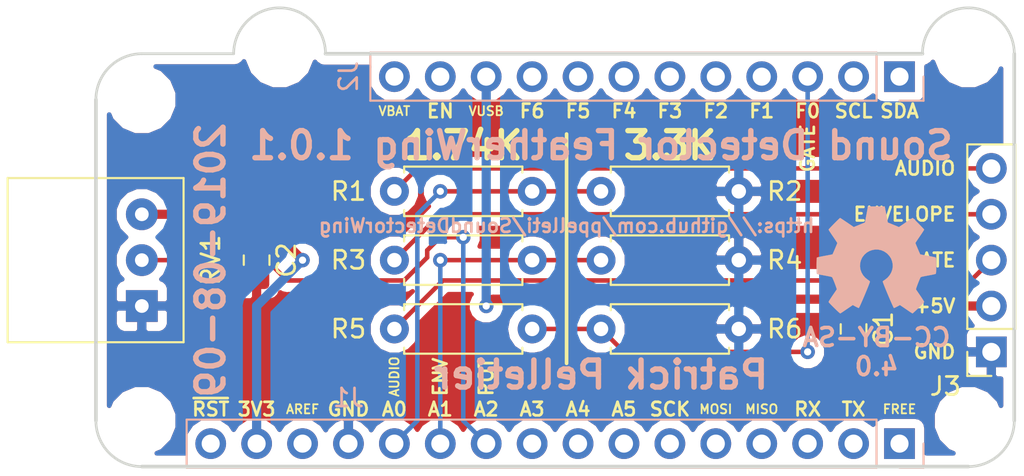
<source format=kicad_pcb>
(kicad_pcb (version 20171130) (host pcbnew 5.0.2-bee76a0~70~ubuntu16.04.1)

  (general
    (thickness 1.6)
    (drawings 57)
    (tracks 48)
    (zones 0)
    (modules 18)
    (nets 32)
  )

  (page USLetter)
  (title_block
    (title "Sound Detector FeatherWing")
    (date 2019-08-09)
    (rev 1.0.1)
    (company "Patrick Pelletier")
  )

  (layers
    (0 F.Cu signal)
    (31 B.Cu signal)
    (32 B.Adhes user)
    (33 F.Adhes user)
    (34 B.Paste user)
    (35 F.Paste user)
    (36 B.SilkS user)
    (37 F.SilkS user)
    (38 B.Mask user)
    (39 F.Mask user)
    (40 Dwgs.User user)
    (41 Cmts.User user)
    (42 Eco1.User user)
    (43 Eco2.User user)
    (44 Edge.Cuts user)
    (45 Margin user)
    (46 B.CrtYd user)
    (47 F.CrtYd user)
    (48 B.Fab user)
    (49 F.Fab user hide)
  )

  (setup
    (last_trace_width 0.25)
    (user_trace_width 0.508)
    (trace_clearance 0.2)
    (zone_clearance 0.508)
    (zone_45_only no)
    (trace_min 0.2)
    (segment_width 0.2)
    (edge_width 0.15)
    (via_size 0.8)
    (via_drill 0.4)
    (via_min_size 0.4)
    (via_min_drill 0.3)
    (uvia_size 0.3)
    (uvia_drill 0.1)
    (uvias_allowed no)
    (uvia_min_size 0.2)
    (uvia_min_drill 0.1)
    (pcb_text_width 0.3)
    (pcb_text_size 1.5 1.5)
    (mod_edge_width 0.15)
    (mod_text_size 1 1)
    (mod_text_width 0.15)
    (pad_size 1.524 1.524)
    (pad_drill 0.762)
    (pad_to_mask_clearance 0.051)
    (solder_mask_min_width 0.25)
    (aux_axis_origin 0 0)
    (visible_elements FFFFF77F)
    (pcbplotparams
      (layerselection 0x010fc_ffffffff)
      (usegerberextensions false)
      (usegerberattributes false)
      (usegerberadvancedattributes false)
      (creategerberjobfile false)
      (excludeedgelayer true)
      (linewidth 0.100000)
      (plotframeref false)
      (viasonmask false)
      (mode 1)
      (useauxorigin false)
      (hpglpennumber 1)
      (hpglpenspeed 20)
      (hpglpendiameter 15.000000)
      (psnegative false)
      (psa4output false)
      (plotreference true)
      (plotvalue true)
      (plotinvisibletext false)
      (padsonsilk false)
      (subtractmaskfromsilk false)
      (outputformat 1)
      (mirror false)
      (drillshape 1)
      (scaleselection 1)
      (outputdirectory ""))
  )

  (net 0 "")
  (net 1 /FREE)
  (net 2 /TX)
  (net 3 /RX)
  (net 4 /MISO)
  (net 5 /MOSI)
  (net 6 /SCK)
  (net 7 /A5)
  (net 8 /A4)
  (net 9 /A3)
  (net 10 /A2)
  (net 11 /A1)
  (net 12 /A0)
  (net 13 GND)
  (net 14 /AREF)
  (net 15 +3V3)
  (net 16 /~RST)
  (net 17 /SDA)
  (net 18 /SCL)
  (net 19 /F0)
  (net 20 /F1)
  (net 21 /F2)
  (net 22 /F3)
  (net 23 /F4)
  (net 24 /F5)
  (net 25 /F6)
  (net 26 /VUSB)
  (net 27 /EN)
  (net 28 /VBAT)
  (net 29 /GATE)
  (net 30 /ENV)
  (net 31 /AUD)

  (net_class Default "This is the default net class."
    (clearance 0.2)
    (trace_width 0.25)
    (via_dia 0.8)
    (via_drill 0.4)
    (uvia_dia 0.3)
    (uvia_drill 0.1)
    (add_net +3V3)
    (add_net /A0)
    (add_net /A1)
    (add_net /A2)
    (add_net /A3)
    (add_net /A4)
    (add_net /A5)
    (add_net /AREF)
    (add_net /AUD)
    (add_net /EN)
    (add_net /ENV)
    (add_net /F0)
    (add_net /F1)
    (add_net /F2)
    (add_net /F3)
    (add_net /F4)
    (add_net /F5)
    (add_net /F6)
    (add_net /FREE)
    (add_net /GATE)
    (add_net /MISO)
    (add_net /MOSI)
    (add_net /RX)
    (add_net /SCK)
    (add_net /SCL)
    (add_net /SDA)
    (add_net /TX)
    (add_net /VBAT)
    (add_net /VUSB)
    (add_net /~RST)
    (add_net GND)
  )

  (module MountingHole:MountingHole_2.7mm_M2.5 locked (layer F.Cu) (tedit 5D377204) (tstamp 5D4DC8DA)
    (at 35.56 25.4)
    (descr "Mounting Hole 2.7mm, no annular, M2.5")
    (tags "mounting hole 2.7mm no annular m2.5")
    (attr virtual)
    (fp_text reference REF** (at 0 -3.7) (layer F.SilkS) hide
      (effects (font (size 1 1) (thickness 0.15)))
    )
    (fp_text value MountingHole_2.7mm_M2.5 (at 0 3.7) (layer F.Fab) hide
      (effects (font (size 1 1) (thickness 0.15)))
    )
    (fp_circle (center 0 0) (end 2.95 0) (layer F.CrtYd) (width 0.05))
    (fp_circle (center 0 0) (end 2.7 0) (layer Cmts.User) (width 0.15))
    (fp_text user %R (at 0.3 0) (layer F.Fab) hide
      (effects (font (size 1 1) (thickness 0.15)))
    )
    (pad 1 np_thru_hole circle (at 0 0) (size 2.7 2.7) (drill 2.7) (layers *.Cu *.Mask))
  )

  (module MountingHole:MountingHole_2.7mm_M2.5 locked (layer F.Cu) (tedit 5D377204) (tstamp 5D4FBE97)
    (at 73.66 25.4)
    (descr "Mounting Hole 2.7mm, no annular, M2.5")
    (tags "mounting hole 2.7mm no annular m2.5")
    (attr virtual)
    (fp_text reference REF** (at 0 -3.7) (layer F.SilkS) hide
      (effects (font (size 1 1) (thickness 0.15)))
    )
    (fp_text value MountingHole_2.7mm_M2.5 (at 0 3.7) (layer F.Fab) hide
      (effects (font (size 1 1) (thickness 0.15)))
    )
    (fp_text user %R (at 0.3 0) (layer F.Fab) hide
      (effects (font (size 1 1) (thickness 0.15)))
    )
    (fp_circle (center 0 0) (end 2.7 0) (layer Cmts.User) (width 0.15))
    (fp_circle (center 0 0) (end 2.95 0) (layer F.CrtYd) (width 0.05))
    (pad 1 np_thru_hole circle (at 0 0) (size 2.7 2.7) (drill 2.7) (layers *.Cu *.Mask))
  )

  (module MountingHole:MountingHole_2.7mm_M2.5 locked (layer F.Cu) (tedit 5D377204) (tstamp 5D4FBE89)
    (at 73.66 45.72)
    (descr "Mounting Hole 2.7mm, no annular, M2.5")
    (tags "mounting hole 2.7mm no annular m2.5")
    (attr virtual)
    (fp_text reference REF** (at 0 -3.7) (layer F.SilkS) hide
      (effects (font (size 1 1) (thickness 0.15)))
    )
    (fp_text value MountingHole_2.7mm_M2.5 (at 0 3.7) (layer F.Fab) hide
      (effects (font (size 1 1) (thickness 0.15)))
    )
    (fp_circle (center 0 0) (end 2.95 0) (layer F.CrtYd) (width 0.05))
    (fp_circle (center 0 0) (end 2.7 0) (layer Cmts.User) (width 0.15))
    (fp_text user %R (at 0.3 0) (layer F.Fab) hide
      (effects (font (size 1 1) (thickness 0.15)))
    )
    (pad 1 np_thru_hole circle (at 0 0) (size 2.7 2.7) (drill 2.7) (layers *.Cu *.Mask))
  )

  (module MountingHole:MountingHole_2.7mm_M2.5 locked (layer F.Cu) (tedit 5D377204) (tstamp 5D4FBE7B)
    (at 27.94 45.72)
    (descr "Mounting Hole 2.7mm, no annular, M2.5")
    (tags "mounting hole 2.7mm no annular m2.5")
    (attr virtual)
    (fp_text reference REF** (at 0 -3.7) (layer F.SilkS) hide
      (effects (font (size 1 1) (thickness 0.15)))
    )
    (fp_text value MountingHole_2.7mm_M2.5 (at 0 3.7) (layer F.Fab) hide
      (effects (font (size 1 1) (thickness 0.15)))
    )
    (fp_text user %R (at 0.3 0) (layer F.Fab) hide
      (effects (font (size 1 1) (thickness 0.15)))
    )
    (fp_circle (center 0 0) (end 2.7 0) (layer Cmts.User) (width 0.15))
    (fp_circle (center 0 0) (end 2.95 0) (layer F.CrtYd) (width 0.05))
    (pad 1 np_thru_hole circle (at 0 0) (size 2.7 2.7) (drill 2.7) (layers *.Cu *.Mask))
  )

  (module MountingHole:MountingHole_2.7mm_M2.5 locked (layer F.Cu) (tedit 5D377204) (tstamp 5D4FBE61)
    (at 27.94 27.94)
    (descr "Mounting Hole 2.7mm, no annular, M2.5")
    (tags "mounting hole 2.7mm no annular m2.5")
    (attr virtual)
    (fp_text reference REF** (at 0 -3.7) (layer F.SilkS) hide
      (effects (font (size 1 1) (thickness 0.15)))
    )
    (fp_text value MountingHole_2.7mm_M2.5 (at 0 3.7) (layer F.Fab) hide
      (effects (font (size 1 1) (thickness 0.15)))
    )
    (fp_circle (center 0 0) (end 2.95 0) (layer F.CrtYd) (width 0.05))
    (fp_circle (center 0 0) (end 2.7 0) (layer Cmts.User) (width 0.15))
    (fp_text user %R (at 0.3 0) (layer F.Fab) hide
      (effects (font (size 1 1) (thickness 0.15)))
    )
    (pad 1 np_thru_hole circle (at 0 0) (size 2.7 2.7) (drill 2.7) (layers *.Cu *.Mask))
  )

  (module Connector_PinHeader_2.54mm:PinHeader_1x16_P2.54mm_Vertical (layer B.Cu) (tedit 5D38D58C) (tstamp 5D4FBF56)
    (at 69.85 46.99 90)
    (descr "Through hole straight pin header, 1x16, 2.54mm pitch, single row")
    (tags "Through hole pin header THT 1x16 2.54mm single row")
    (path /5D375C76)
    (fp_text reference J1 (at 2.54 -30.48 180) (layer B.SilkS)
      (effects (font (size 1 1) (thickness 0.15)) (justify mirror))
    )
    (fp_text value "feather long" (at 0 -40.43 90) (layer B.Fab) hide
      (effects (font (size 1 1) (thickness 0.15)) (justify mirror))
    )
    (fp_line (start -0.635 1.27) (end 1.27 1.27) (layer B.Fab) (width 0.1))
    (fp_line (start 1.27 1.27) (end 1.27 -39.37) (layer B.Fab) (width 0.1))
    (fp_line (start 1.27 -39.37) (end -1.27 -39.37) (layer B.Fab) (width 0.1))
    (fp_line (start -1.27 -39.37) (end -1.27 0.635) (layer B.Fab) (width 0.1))
    (fp_line (start -1.27 0.635) (end -0.635 1.27) (layer B.Fab) (width 0.1))
    (fp_line (start -1.33 -39.43) (end 1.33 -39.43) (layer B.SilkS) (width 0.12))
    (fp_line (start -1.33 -1.27) (end -1.33 -39.43) (layer B.SilkS) (width 0.12))
    (fp_line (start 1.33 -1.27) (end 1.33 -39.43) (layer B.SilkS) (width 0.12))
    (fp_line (start -1.33 -1.27) (end 1.33 -1.27) (layer B.SilkS) (width 0.12))
    (fp_line (start -1.33 0) (end -1.33 1.33) (layer B.SilkS) (width 0.12))
    (fp_line (start -1.33 1.33) (end 0 1.33) (layer B.SilkS) (width 0.12))
    (fp_line (start -1.8 1.8) (end -1.8 -39.9) (layer B.CrtYd) (width 0.05))
    (fp_line (start -1.8 -39.9) (end 1.8 -39.9) (layer B.CrtYd) (width 0.05))
    (fp_line (start 1.8 -39.9) (end 1.8 1.8) (layer B.CrtYd) (width 0.05))
    (fp_line (start 1.8 1.8) (end -1.8 1.8) (layer B.CrtYd) (width 0.05))
    (fp_text user %R (at 0 -19.05) (layer B.Fab)
      (effects (font (size 1 1) (thickness 0.15)) (justify mirror))
    )
    (pad 1 thru_hole rect (at 0 0 90) (size 1.7 1.7) (drill 1) (layers *.Cu *.Mask)
      (net 1 /FREE))
    (pad 2 thru_hole oval (at 0 -2.54 90) (size 1.7 1.7) (drill 1) (layers *.Cu *.Mask)
      (net 2 /TX))
    (pad 3 thru_hole oval (at 0 -5.08 90) (size 1.7 1.7) (drill 1) (layers *.Cu *.Mask)
      (net 3 /RX))
    (pad 4 thru_hole oval (at 0 -7.62 90) (size 1.7 1.7) (drill 1) (layers *.Cu *.Mask)
      (net 4 /MISO))
    (pad 5 thru_hole oval (at 0 -10.16 90) (size 1.7 1.7) (drill 1) (layers *.Cu *.Mask)
      (net 5 /MOSI))
    (pad 6 thru_hole oval (at 0 -12.7 90) (size 1.7 1.7) (drill 1) (layers *.Cu *.Mask)
      (net 6 /SCK))
    (pad 7 thru_hole oval (at 0 -15.24 90) (size 1.7 1.7) (drill 1) (layers *.Cu *.Mask)
      (net 7 /A5))
    (pad 8 thru_hole oval (at 0 -17.78 90) (size 1.7 1.7) (drill 1) (layers *.Cu *.Mask)
      (net 8 /A4))
    (pad 9 thru_hole oval (at 0 -20.32 90) (size 1.7 1.7) (drill 1) (layers *.Cu *.Mask)
      (net 9 /A3))
    (pad 10 thru_hole oval (at 0 -22.86 90) (size 1.7 1.7) (drill 1) (layers *.Cu *.Mask)
      (net 10 /A2))
    (pad 11 thru_hole oval (at 0 -25.4 90) (size 1.7 1.7) (drill 1) (layers *.Cu *.Mask)
      (net 11 /A1))
    (pad 12 thru_hole oval (at 0 -27.94 90) (size 1.7 1.7) (drill 1) (layers *.Cu *.Mask)
      (net 12 /A0))
    (pad 13 thru_hole oval (at 0 -30.48 90) (size 1.7 1.7) (drill 1) (layers *.Cu *.Mask)
      (net 13 GND))
    (pad 14 thru_hole oval (at 0 -33.02 90) (size 1.7 1.7) (drill 1) (layers *.Cu *.Mask)
      (net 14 /AREF))
    (pad 15 thru_hole oval (at 0 -35.56 90) (size 1.7 1.7) (drill 1) (layers *.Cu *.Mask)
      (net 15 +3V3))
    (pad 16 thru_hole oval (at 0 -38.1 90) (size 1.7 1.7) (drill 1) (layers *.Cu *.Mask)
      (net 16 /~RST))
    (model ${KISYS3DMOD}/Connector_PinHeader_2.54mm.3dshapes/PinHeader_1x16_P2.54mm_Vertical.wrl
      (at (xyz 0 0 0))
      (scale (xyz 1 1 1))
      (rotate (xyz 0 0 0))
    )
  )

  (module Connector_PinHeader_2.54mm:PinHeader_1x12_P2.54mm_Vertical (layer B.Cu) (tedit 5D38D571) (tstamp 5D4FBF76)
    (at 69.85 26.67 90)
    (descr "Through hole straight pin header, 1x12, 2.54mm pitch, single row")
    (tags "Through hole pin header THT 1x12 2.54mm single row")
    (path /5D375CC4)
    (fp_text reference J2 (at 0 -30.48 90) (layer B.SilkS)
      (effects (font (size 1 1) (thickness 0.15)) (justify mirror))
    )
    (fp_text value "feather short" (at 0 -30.27 90) (layer B.Fab) hide
      (effects (font (size 1 1) (thickness 0.15)) (justify mirror))
    )
    (fp_line (start -0.635 1.27) (end 1.27 1.27) (layer B.Fab) (width 0.1))
    (fp_line (start 1.27 1.27) (end 1.27 -29.21) (layer B.Fab) (width 0.1))
    (fp_line (start 1.27 -29.21) (end -1.27 -29.21) (layer B.Fab) (width 0.1))
    (fp_line (start -1.27 -29.21) (end -1.27 0.635) (layer B.Fab) (width 0.1))
    (fp_line (start -1.27 0.635) (end -0.635 1.27) (layer B.Fab) (width 0.1))
    (fp_line (start -1.33 -29.27) (end 1.33 -29.27) (layer B.SilkS) (width 0.12))
    (fp_line (start -1.33 -1.27) (end -1.33 -29.27) (layer B.SilkS) (width 0.12))
    (fp_line (start 1.33 -1.27) (end 1.33 -29.27) (layer B.SilkS) (width 0.12))
    (fp_line (start -1.33 -1.27) (end 1.33 -1.27) (layer B.SilkS) (width 0.12))
    (fp_line (start -1.33 0) (end -1.33 1.33) (layer B.SilkS) (width 0.12))
    (fp_line (start -1.33 1.33) (end 0 1.33) (layer B.SilkS) (width 0.12))
    (fp_line (start -1.8 1.8) (end -1.8 -29.75) (layer B.CrtYd) (width 0.05))
    (fp_line (start -1.8 -29.75) (end 1.8 -29.75) (layer B.CrtYd) (width 0.05))
    (fp_line (start 1.8 -29.75) (end 1.8 1.8) (layer B.CrtYd) (width 0.05))
    (fp_line (start 1.8 1.8) (end -1.8 1.8) (layer B.CrtYd) (width 0.05))
    (fp_text user %R (at 0 -13.97) (layer B.Fab)
      (effects (font (size 1 1) (thickness 0.15)) (justify mirror))
    )
    (pad 1 thru_hole rect (at 0 0 90) (size 1.7 1.7) (drill 1) (layers *.Cu *.Mask)
      (net 17 /SDA))
    (pad 2 thru_hole oval (at 0 -2.54 90) (size 1.7 1.7) (drill 1) (layers *.Cu *.Mask)
      (net 18 /SCL))
    (pad 3 thru_hole oval (at 0 -5.08 90) (size 1.7 1.7) (drill 1) (layers *.Cu *.Mask)
      (net 19 /F0))
    (pad 4 thru_hole oval (at 0 -7.62 90) (size 1.7 1.7) (drill 1) (layers *.Cu *.Mask)
      (net 20 /F1))
    (pad 5 thru_hole oval (at 0 -10.16 90) (size 1.7 1.7) (drill 1) (layers *.Cu *.Mask)
      (net 21 /F2))
    (pad 6 thru_hole oval (at 0 -12.7 90) (size 1.7 1.7) (drill 1) (layers *.Cu *.Mask)
      (net 22 /F3))
    (pad 7 thru_hole oval (at 0 -15.24 90) (size 1.7 1.7) (drill 1) (layers *.Cu *.Mask)
      (net 23 /F4))
    (pad 8 thru_hole oval (at 0 -17.78 90) (size 1.7 1.7) (drill 1) (layers *.Cu *.Mask)
      (net 24 /F5))
    (pad 9 thru_hole oval (at 0 -20.32 90) (size 1.7 1.7) (drill 1) (layers *.Cu *.Mask)
      (net 25 /F6))
    (pad 10 thru_hole oval (at 0 -22.86 90) (size 1.7 1.7) (drill 1) (layers *.Cu *.Mask)
      (net 26 /VUSB))
    (pad 11 thru_hole oval (at 0 -25.4 90) (size 1.7 1.7) (drill 1) (layers *.Cu *.Mask)
      (net 27 /EN))
    (pad 12 thru_hole oval (at 0 -27.94 90) (size 1.7 1.7) (drill 1) (layers *.Cu *.Mask)
      (net 28 /VBAT))
    (model ${KISYS3DMOD}/Connector_PinHeader_2.54mm.3dshapes/PinHeader_1x12_P2.54mm_Vertical.wrl
      (at (xyz 0 0 0))
      (scale (xyz 1 1 1))
      (rotate (xyz 0 0 0))
    )
  )

  (module Capacitor_SMD:C_0805_2012Metric_Pad1.15x1.40mm_HandSolder (layer F.Cu) (tedit 5B36C52B) (tstamp 5D454535)
    (at 67.31 40.64 270)
    (descr "Capacitor SMD 0805 (2012 Metric), square (rectangular) end terminal, IPC_7351 nominal with elongated pad for handsoldering. (Body size source: https://docs.google.com/spreadsheets/d/1BsfQQcO9C6DZCsRaXUlFlo91Tg2WpOkGARC1WS5S8t0/edit?usp=sharing), generated with kicad-footprint-generator")
    (tags "capacitor handsolder")
    (path /5D3A7CD1)
    (attr smd)
    (fp_text reference C1 (at 0 -1.65 270) (layer F.SilkS)
      (effects (font (size 1 1) (thickness 0.15)))
    )
    (fp_text value 10μF (at 0 1.65 270) (layer F.Fab)
      (effects (font (size 1 1) (thickness 0.15)))
    )
    (fp_line (start -1 0.6) (end -1 -0.6) (layer F.Fab) (width 0.1))
    (fp_line (start -1 -0.6) (end 1 -0.6) (layer F.Fab) (width 0.1))
    (fp_line (start 1 -0.6) (end 1 0.6) (layer F.Fab) (width 0.1))
    (fp_line (start 1 0.6) (end -1 0.6) (layer F.Fab) (width 0.1))
    (fp_line (start -0.261252 -0.71) (end 0.261252 -0.71) (layer F.SilkS) (width 0.12))
    (fp_line (start -0.261252 0.71) (end 0.261252 0.71) (layer F.SilkS) (width 0.12))
    (fp_line (start -1.85 0.95) (end -1.85 -0.95) (layer F.CrtYd) (width 0.05))
    (fp_line (start -1.85 -0.95) (end 1.85 -0.95) (layer F.CrtYd) (width 0.05))
    (fp_line (start 1.85 -0.95) (end 1.85 0.95) (layer F.CrtYd) (width 0.05))
    (fp_line (start 1.85 0.95) (end -1.85 0.95) (layer F.CrtYd) (width 0.05))
    (fp_text user %R (at 0 0 270) (layer F.Fab)
      (effects (font (size 0.5 0.5) (thickness 0.08)))
    )
    (pad 1 smd roundrect (at -1.025 0 270) (size 1.15 1.4) (layers F.Cu F.Paste F.Mask) (roundrect_rratio 0.217391)
      (net 26 /VUSB))
    (pad 2 smd roundrect (at 1.025 0 270) (size 1.15 1.4) (layers F.Cu F.Paste F.Mask) (roundrect_rratio 0.217391)
      (net 13 GND))
    (model ${KISYS3DMOD}/Capacitor_SMD.3dshapes/C_0805_2012Metric.wrl
      (at (xyz 0 0 0))
      (scale (xyz 1 1 1))
      (rotate (xyz 0 0 0))
    )
  )

  (module Capacitor_SMD:C_0805_2012Metric_Pad1.15x1.40mm_HandSolder (layer F.Cu) (tedit 5B36C52B) (tstamp 5D454546)
    (at 34.29 36.83 270)
    (descr "Capacitor SMD 0805 (2012 Metric), square (rectangular) end terminal, IPC_7351 nominal with elongated pad for handsoldering. (Body size source: https://docs.google.com/spreadsheets/d/1BsfQQcO9C6DZCsRaXUlFlo91Tg2WpOkGARC1WS5S8t0/edit?usp=sharing), generated with kicad-footprint-generator")
    (tags "capacitor handsolder")
    (path /5D38CF09)
    (attr smd)
    (fp_text reference C2 (at 0 -1.65 270) (layer F.SilkS)
      (effects (font (size 1 1) (thickness 0.15)))
    )
    (fp_text value 10μF (at 0 1.65 270) (layer F.Fab)
      (effects (font (size 1 1) (thickness 0.15)))
    )
    (fp_text user %R (at 0 0 270) (layer F.Fab)
      (effects (font (size 0.5 0.5) (thickness 0.08)))
    )
    (fp_line (start 1.85 0.95) (end -1.85 0.95) (layer F.CrtYd) (width 0.05))
    (fp_line (start 1.85 -0.95) (end 1.85 0.95) (layer F.CrtYd) (width 0.05))
    (fp_line (start -1.85 -0.95) (end 1.85 -0.95) (layer F.CrtYd) (width 0.05))
    (fp_line (start -1.85 0.95) (end -1.85 -0.95) (layer F.CrtYd) (width 0.05))
    (fp_line (start -0.261252 0.71) (end 0.261252 0.71) (layer F.SilkS) (width 0.12))
    (fp_line (start -0.261252 -0.71) (end 0.261252 -0.71) (layer F.SilkS) (width 0.12))
    (fp_line (start 1 0.6) (end -1 0.6) (layer F.Fab) (width 0.1))
    (fp_line (start 1 -0.6) (end 1 0.6) (layer F.Fab) (width 0.1))
    (fp_line (start -1 -0.6) (end 1 -0.6) (layer F.Fab) (width 0.1))
    (fp_line (start -1 0.6) (end -1 -0.6) (layer F.Fab) (width 0.1))
    (pad 2 smd roundrect (at 1.025 0 270) (size 1.15 1.4) (layers F.Cu F.Paste F.Mask) (roundrect_rratio 0.217391)
      (net 13 GND))
    (pad 1 smd roundrect (at -1.025 0 270) (size 1.15 1.4) (layers F.Cu F.Paste F.Mask) (roundrect_rratio 0.217391)
      (net 15 +3V3))
    (model ${KISYS3DMOD}/Capacitor_SMD.3dshapes/C_0805_2012Metric.wrl
      (at (xyz 0 0 0))
      (scale (xyz 1 1 1))
      (rotate (xyz 0 0 0))
    )
  )

  (module Connector_PinSocket_2.54mm:PinSocket_1x05_P2.54mm_Vertical (layer F.Cu) (tedit 5A19A420) (tstamp 5D45455F)
    (at 74.93 41.91 180)
    (descr "Through hole straight socket strip, 1x05, 2.54mm pitch, single row (from Kicad 4.0.7), script generated")
    (tags "Through hole socket strip THT 1x05 2.54mm single row")
    (path /5D38837E)
    (fp_text reference J3 (at 2.54 -1.905 180) (layer F.SilkS)
      (effects (font (size 1 1) (thickness 0.15)))
    )
    (fp_text value "sound detector" (at 0 12.93 180) (layer F.Fab)
      (effects (font (size 1 1) (thickness 0.15)))
    )
    (fp_line (start -1.27 -1.27) (end 0.635 -1.27) (layer F.Fab) (width 0.1))
    (fp_line (start 0.635 -1.27) (end 1.27 -0.635) (layer F.Fab) (width 0.1))
    (fp_line (start 1.27 -0.635) (end 1.27 11.43) (layer F.Fab) (width 0.1))
    (fp_line (start 1.27 11.43) (end -1.27 11.43) (layer F.Fab) (width 0.1))
    (fp_line (start -1.27 11.43) (end -1.27 -1.27) (layer F.Fab) (width 0.1))
    (fp_line (start -1.33 1.27) (end 1.33 1.27) (layer F.SilkS) (width 0.12))
    (fp_line (start -1.33 1.27) (end -1.33 11.49) (layer F.SilkS) (width 0.12))
    (fp_line (start -1.33 11.49) (end 1.33 11.49) (layer F.SilkS) (width 0.12))
    (fp_line (start 1.33 1.27) (end 1.33 11.49) (layer F.SilkS) (width 0.12))
    (fp_line (start 1.33 -1.33) (end 1.33 0) (layer F.SilkS) (width 0.12))
    (fp_line (start 0 -1.33) (end 1.33 -1.33) (layer F.SilkS) (width 0.12))
    (fp_line (start -1.8 -1.8) (end 1.75 -1.8) (layer F.CrtYd) (width 0.05))
    (fp_line (start 1.75 -1.8) (end 1.75 11.9) (layer F.CrtYd) (width 0.05))
    (fp_line (start 1.75 11.9) (end -1.8 11.9) (layer F.CrtYd) (width 0.05))
    (fp_line (start -1.8 11.9) (end -1.8 -1.8) (layer F.CrtYd) (width 0.05))
    (fp_text user %R (at 0 5.08 270) (layer F.Fab)
      (effects (font (size 1 1) (thickness 0.15)))
    )
    (pad 1 thru_hole rect (at 0 0 180) (size 1.7 1.7) (drill 1) (layers *.Cu *.Mask)
      (net 13 GND))
    (pad 2 thru_hole oval (at 0 2.54 180) (size 1.7 1.7) (drill 1) (layers *.Cu *.Mask)
      (net 26 /VUSB))
    (pad 3 thru_hole oval (at 0 5.08 180) (size 1.7 1.7) (drill 1) (layers *.Cu *.Mask)
      (net 29 /GATE))
    (pad 4 thru_hole oval (at 0 7.62 180) (size 1.7 1.7) (drill 1) (layers *.Cu *.Mask)
      (net 30 /ENV))
    (pad 5 thru_hole oval (at 0 10.16 180) (size 1.7 1.7) (drill 1) (layers *.Cu *.Mask)
      (net 31 /AUD))
    (model ${KISYS3DMOD}/Connector_PinSocket_2.54mm.3dshapes/PinSocket_1x05_P2.54mm_Vertical.wrl
      (at (xyz 0 0 0))
      (scale (xyz 1 1 1))
      (rotate (xyz 0 0 0))
    )
  )

  (module Resistor_THT:R_Axial_DIN0207_L6.3mm_D2.5mm_P7.62mm_Horizontal (layer F.Cu) (tedit 5AE5139B) (tstamp 5D454576)
    (at 41.91 33.02)
    (descr "Resistor, Axial_DIN0207 series, Axial, Horizontal, pin pitch=7.62mm, 0.25W = 1/4W, length*diameter=6.3*2.5mm^2, http://cdn-reichelt.de/documents/datenblatt/B400/1_4W%23YAG.pdf")
    (tags "Resistor Axial_DIN0207 series Axial Horizontal pin pitch 7.62mm 0.25W = 1/4W length 6.3mm diameter 2.5mm")
    (path /5D38B8FD)
    (fp_text reference R1 (at -2.54 0) (layer F.SilkS)
      (effects (font (size 1 1) (thickness 0.15)))
    )
    (fp_text value 1.74K (at 3.81 2.37) (layer F.Fab)
      (effects (font (size 1 1) (thickness 0.15)))
    )
    (fp_line (start 0.66 -1.25) (end 0.66 1.25) (layer F.Fab) (width 0.1))
    (fp_line (start 0.66 1.25) (end 6.96 1.25) (layer F.Fab) (width 0.1))
    (fp_line (start 6.96 1.25) (end 6.96 -1.25) (layer F.Fab) (width 0.1))
    (fp_line (start 6.96 -1.25) (end 0.66 -1.25) (layer F.Fab) (width 0.1))
    (fp_line (start 0 0) (end 0.66 0) (layer F.Fab) (width 0.1))
    (fp_line (start 7.62 0) (end 6.96 0) (layer F.Fab) (width 0.1))
    (fp_line (start 0.54 -1.04) (end 0.54 -1.37) (layer F.SilkS) (width 0.12))
    (fp_line (start 0.54 -1.37) (end 7.08 -1.37) (layer F.SilkS) (width 0.12))
    (fp_line (start 7.08 -1.37) (end 7.08 -1.04) (layer F.SilkS) (width 0.12))
    (fp_line (start 0.54 1.04) (end 0.54 1.37) (layer F.SilkS) (width 0.12))
    (fp_line (start 0.54 1.37) (end 7.08 1.37) (layer F.SilkS) (width 0.12))
    (fp_line (start 7.08 1.37) (end 7.08 1.04) (layer F.SilkS) (width 0.12))
    (fp_line (start -1.05 -1.5) (end -1.05 1.5) (layer F.CrtYd) (width 0.05))
    (fp_line (start -1.05 1.5) (end 8.67 1.5) (layer F.CrtYd) (width 0.05))
    (fp_line (start 8.67 1.5) (end 8.67 -1.5) (layer F.CrtYd) (width 0.05))
    (fp_line (start 8.67 -1.5) (end -1.05 -1.5) (layer F.CrtYd) (width 0.05))
    (fp_text user %R (at 3.81 0) (layer F.Fab)
      (effects (font (size 1 1) (thickness 0.15)))
    )
    (pad 1 thru_hole circle (at 0 0) (size 1.6 1.6) (drill 0.8) (layers *.Cu *.Mask)
      (net 31 /AUD))
    (pad 2 thru_hole oval (at 7.62 0) (size 1.6 1.6) (drill 0.8) (layers *.Cu *.Mask)
      (net 12 /A0))
    (model ${KISYS3DMOD}/Resistor_THT.3dshapes/R_Axial_DIN0207_L6.3mm_D2.5mm_P7.62mm_Horizontal.wrl
      (at (xyz 0 0 0))
      (scale (xyz 1 1 1))
      (rotate (xyz 0 0 0))
    )
  )

  (module Resistor_THT:R_Axial_DIN0207_L6.3mm_D2.5mm_P7.62mm_Horizontal (layer F.Cu) (tedit 5AE5139B) (tstamp 5D45458D)
    (at 53.34 33.02)
    (descr "Resistor, Axial_DIN0207 series, Axial, Horizontal, pin pitch=7.62mm, 0.25W = 1/4W, length*diameter=6.3*2.5mm^2, http://cdn-reichelt.de/documents/datenblatt/B400/1_4W%23YAG.pdf")
    (tags "Resistor Axial_DIN0207 series Axial Horizontal pin pitch 7.62mm 0.25W = 1/4W length 6.3mm diameter 2.5mm")
    (path /5D38B935)
    (fp_text reference R2 (at 10.16 0) (layer F.SilkS)
      (effects (font (size 1 1) (thickness 0.15)))
    )
    (fp_text value 3.3K (at 3.81 2.37) (layer F.Fab)
      (effects (font (size 1 1) (thickness 0.15)))
    )
    (fp_text user %R (at 3.81 0) (layer F.Fab)
      (effects (font (size 1 1) (thickness 0.15)))
    )
    (fp_line (start 8.67 -1.5) (end -1.05 -1.5) (layer F.CrtYd) (width 0.05))
    (fp_line (start 8.67 1.5) (end 8.67 -1.5) (layer F.CrtYd) (width 0.05))
    (fp_line (start -1.05 1.5) (end 8.67 1.5) (layer F.CrtYd) (width 0.05))
    (fp_line (start -1.05 -1.5) (end -1.05 1.5) (layer F.CrtYd) (width 0.05))
    (fp_line (start 7.08 1.37) (end 7.08 1.04) (layer F.SilkS) (width 0.12))
    (fp_line (start 0.54 1.37) (end 7.08 1.37) (layer F.SilkS) (width 0.12))
    (fp_line (start 0.54 1.04) (end 0.54 1.37) (layer F.SilkS) (width 0.12))
    (fp_line (start 7.08 -1.37) (end 7.08 -1.04) (layer F.SilkS) (width 0.12))
    (fp_line (start 0.54 -1.37) (end 7.08 -1.37) (layer F.SilkS) (width 0.12))
    (fp_line (start 0.54 -1.04) (end 0.54 -1.37) (layer F.SilkS) (width 0.12))
    (fp_line (start 7.62 0) (end 6.96 0) (layer F.Fab) (width 0.1))
    (fp_line (start 0 0) (end 0.66 0) (layer F.Fab) (width 0.1))
    (fp_line (start 6.96 -1.25) (end 0.66 -1.25) (layer F.Fab) (width 0.1))
    (fp_line (start 6.96 1.25) (end 6.96 -1.25) (layer F.Fab) (width 0.1))
    (fp_line (start 0.66 1.25) (end 6.96 1.25) (layer F.Fab) (width 0.1))
    (fp_line (start 0.66 -1.25) (end 0.66 1.25) (layer F.Fab) (width 0.1))
    (pad 2 thru_hole oval (at 7.62 0) (size 1.6 1.6) (drill 0.8) (layers *.Cu *.Mask)
      (net 13 GND))
    (pad 1 thru_hole circle (at 0 0) (size 1.6 1.6) (drill 0.8) (layers *.Cu *.Mask)
      (net 12 /A0))
    (model ${KISYS3DMOD}/Resistor_THT.3dshapes/R_Axial_DIN0207_L6.3mm_D2.5mm_P7.62mm_Horizontal.wrl
      (at (xyz 0 0 0))
      (scale (xyz 1 1 1))
      (rotate (xyz 0 0 0))
    )
  )

  (module Resistor_THT:R_Axial_DIN0207_L6.3mm_D2.5mm_P7.62mm_Horizontal (layer F.Cu) (tedit 5AE5139B) (tstamp 5D4545A4)
    (at 41.91 36.83)
    (descr "Resistor, Axial_DIN0207 series, Axial, Horizontal, pin pitch=7.62mm, 0.25W = 1/4W, length*diameter=6.3*2.5mm^2, http://cdn-reichelt.de/documents/datenblatt/B400/1_4W%23YAG.pdf")
    (tags "Resistor Axial_DIN0207 series Axial Horizontal pin pitch 7.62mm 0.25W = 1/4W length 6.3mm diameter 2.5mm")
    (path /5D38E30B)
    (fp_text reference R3 (at -2.54 0) (layer F.SilkS)
      (effects (font (size 1 1) (thickness 0.15)))
    )
    (fp_text value 1.74K (at 3.81 2.37) (layer F.Fab)
      (effects (font (size 1 1) (thickness 0.15)))
    )
    (fp_line (start 0.66 -1.25) (end 0.66 1.25) (layer F.Fab) (width 0.1))
    (fp_line (start 0.66 1.25) (end 6.96 1.25) (layer F.Fab) (width 0.1))
    (fp_line (start 6.96 1.25) (end 6.96 -1.25) (layer F.Fab) (width 0.1))
    (fp_line (start 6.96 -1.25) (end 0.66 -1.25) (layer F.Fab) (width 0.1))
    (fp_line (start 0 0) (end 0.66 0) (layer F.Fab) (width 0.1))
    (fp_line (start 7.62 0) (end 6.96 0) (layer F.Fab) (width 0.1))
    (fp_line (start 0.54 -1.04) (end 0.54 -1.37) (layer F.SilkS) (width 0.12))
    (fp_line (start 0.54 -1.37) (end 7.08 -1.37) (layer F.SilkS) (width 0.12))
    (fp_line (start 7.08 -1.37) (end 7.08 -1.04) (layer F.SilkS) (width 0.12))
    (fp_line (start 0.54 1.04) (end 0.54 1.37) (layer F.SilkS) (width 0.12))
    (fp_line (start 0.54 1.37) (end 7.08 1.37) (layer F.SilkS) (width 0.12))
    (fp_line (start 7.08 1.37) (end 7.08 1.04) (layer F.SilkS) (width 0.12))
    (fp_line (start -1.05 -1.5) (end -1.05 1.5) (layer F.CrtYd) (width 0.05))
    (fp_line (start -1.05 1.5) (end 8.67 1.5) (layer F.CrtYd) (width 0.05))
    (fp_line (start 8.67 1.5) (end 8.67 -1.5) (layer F.CrtYd) (width 0.05))
    (fp_line (start 8.67 -1.5) (end -1.05 -1.5) (layer F.CrtYd) (width 0.05))
    (fp_text user %R (at 3.81 0) (layer F.Fab)
      (effects (font (size 1 1) (thickness 0.15)))
    )
    (pad 1 thru_hole circle (at 0 0) (size 1.6 1.6) (drill 0.8) (layers *.Cu *.Mask)
      (net 30 /ENV))
    (pad 2 thru_hole oval (at 7.62 0) (size 1.6 1.6) (drill 0.8) (layers *.Cu *.Mask)
      (net 11 /A1))
    (model ${KISYS3DMOD}/Resistor_THT.3dshapes/R_Axial_DIN0207_L6.3mm_D2.5mm_P7.62mm_Horizontal.wrl
      (at (xyz 0 0 0))
      (scale (xyz 1 1 1))
      (rotate (xyz 0 0 0))
    )
  )

  (module Resistor_THT:R_Axial_DIN0207_L6.3mm_D2.5mm_P7.62mm_Horizontal (layer F.Cu) (tedit 5AE5139B) (tstamp 5D4545BB)
    (at 53.34 36.83)
    (descr "Resistor, Axial_DIN0207 series, Axial, Horizontal, pin pitch=7.62mm, 0.25W = 1/4W, length*diameter=6.3*2.5mm^2, http://cdn-reichelt.de/documents/datenblatt/B400/1_4W%23YAG.pdf")
    (tags "Resistor Axial_DIN0207 series Axial Horizontal pin pitch 7.62mm 0.25W = 1/4W length 6.3mm diameter 2.5mm")
    (path /5D38E314)
    (fp_text reference R4 (at 10.16 0) (layer F.SilkS)
      (effects (font (size 1 1) (thickness 0.15)))
    )
    (fp_text value 3.3K (at 3.81 2.37) (layer F.Fab)
      (effects (font (size 1 1) (thickness 0.15)))
    )
    (fp_text user %R (at 3.81 0) (layer F.Fab)
      (effects (font (size 1 1) (thickness 0.15)))
    )
    (fp_line (start 8.67 -1.5) (end -1.05 -1.5) (layer F.CrtYd) (width 0.05))
    (fp_line (start 8.67 1.5) (end 8.67 -1.5) (layer F.CrtYd) (width 0.05))
    (fp_line (start -1.05 1.5) (end 8.67 1.5) (layer F.CrtYd) (width 0.05))
    (fp_line (start -1.05 -1.5) (end -1.05 1.5) (layer F.CrtYd) (width 0.05))
    (fp_line (start 7.08 1.37) (end 7.08 1.04) (layer F.SilkS) (width 0.12))
    (fp_line (start 0.54 1.37) (end 7.08 1.37) (layer F.SilkS) (width 0.12))
    (fp_line (start 0.54 1.04) (end 0.54 1.37) (layer F.SilkS) (width 0.12))
    (fp_line (start 7.08 -1.37) (end 7.08 -1.04) (layer F.SilkS) (width 0.12))
    (fp_line (start 0.54 -1.37) (end 7.08 -1.37) (layer F.SilkS) (width 0.12))
    (fp_line (start 0.54 -1.04) (end 0.54 -1.37) (layer F.SilkS) (width 0.12))
    (fp_line (start 7.62 0) (end 6.96 0) (layer F.Fab) (width 0.1))
    (fp_line (start 0 0) (end 0.66 0) (layer F.Fab) (width 0.1))
    (fp_line (start 6.96 -1.25) (end 0.66 -1.25) (layer F.Fab) (width 0.1))
    (fp_line (start 6.96 1.25) (end 6.96 -1.25) (layer F.Fab) (width 0.1))
    (fp_line (start 0.66 1.25) (end 6.96 1.25) (layer F.Fab) (width 0.1))
    (fp_line (start 0.66 -1.25) (end 0.66 1.25) (layer F.Fab) (width 0.1))
    (pad 2 thru_hole oval (at 7.62 0) (size 1.6 1.6) (drill 0.8) (layers *.Cu *.Mask)
      (net 13 GND))
    (pad 1 thru_hole circle (at 0 0) (size 1.6 1.6) (drill 0.8) (layers *.Cu *.Mask)
      (net 11 /A1))
    (model ${KISYS3DMOD}/Resistor_THT.3dshapes/R_Axial_DIN0207_L6.3mm_D2.5mm_P7.62mm_Horizontal.wrl
      (at (xyz 0 0 0))
      (scale (xyz 1 1 1))
      (rotate (xyz 0 0 0))
    )
  )

  (module Resistor_THT:R_Axial_DIN0207_L6.3mm_D2.5mm_P7.62mm_Horizontal (layer F.Cu) (tedit 5AE5139B) (tstamp 5D4545D2)
    (at 41.91 40.64)
    (descr "Resistor, Axial_DIN0207 series, Axial, Horizontal, pin pitch=7.62mm, 0.25W = 1/4W, length*diameter=6.3*2.5mm^2, http://cdn-reichelt.de/documents/datenblatt/B400/1_4W%23YAG.pdf")
    (tags "Resistor Axial_DIN0207 series Axial Horizontal pin pitch 7.62mm 0.25W = 1/4W length 6.3mm diameter 2.5mm")
    (path /5D38FB9F)
    (fp_text reference R5 (at -2.54 0) (layer F.SilkS)
      (effects (font (size 1 1) (thickness 0.15)))
    )
    (fp_text value 1.74K (at 3.81 2.37) (layer F.Fab)
      (effects (font (size 1 1) (thickness 0.15)))
    )
    (fp_line (start 0.66 -1.25) (end 0.66 1.25) (layer F.Fab) (width 0.1))
    (fp_line (start 0.66 1.25) (end 6.96 1.25) (layer F.Fab) (width 0.1))
    (fp_line (start 6.96 1.25) (end 6.96 -1.25) (layer F.Fab) (width 0.1))
    (fp_line (start 6.96 -1.25) (end 0.66 -1.25) (layer F.Fab) (width 0.1))
    (fp_line (start 0 0) (end 0.66 0) (layer F.Fab) (width 0.1))
    (fp_line (start 7.62 0) (end 6.96 0) (layer F.Fab) (width 0.1))
    (fp_line (start 0.54 -1.04) (end 0.54 -1.37) (layer F.SilkS) (width 0.12))
    (fp_line (start 0.54 -1.37) (end 7.08 -1.37) (layer F.SilkS) (width 0.12))
    (fp_line (start 7.08 -1.37) (end 7.08 -1.04) (layer F.SilkS) (width 0.12))
    (fp_line (start 0.54 1.04) (end 0.54 1.37) (layer F.SilkS) (width 0.12))
    (fp_line (start 0.54 1.37) (end 7.08 1.37) (layer F.SilkS) (width 0.12))
    (fp_line (start 7.08 1.37) (end 7.08 1.04) (layer F.SilkS) (width 0.12))
    (fp_line (start -1.05 -1.5) (end -1.05 1.5) (layer F.CrtYd) (width 0.05))
    (fp_line (start -1.05 1.5) (end 8.67 1.5) (layer F.CrtYd) (width 0.05))
    (fp_line (start 8.67 1.5) (end 8.67 -1.5) (layer F.CrtYd) (width 0.05))
    (fp_line (start 8.67 -1.5) (end -1.05 -1.5) (layer F.CrtYd) (width 0.05))
    (fp_text user %R (at 3.81 0) (layer F.Fab)
      (effects (font (size 1 1) (thickness 0.15)))
    )
    (pad 1 thru_hole circle (at 0 0) (size 1.6 1.6) (drill 0.8) (layers *.Cu *.Mask)
      (net 29 /GATE))
    (pad 2 thru_hole oval (at 7.62 0) (size 1.6 1.6) (drill 0.8) (layers *.Cu *.Mask)
      (net 19 /F0))
    (model ${KISYS3DMOD}/Resistor_THT.3dshapes/R_Axial_DIN0207_L6.3mm_D2.5mm_P7.62mm_Horizontal.wrl
      (at (xyz 0 0 0))
      (scale (xyz 1 1 1))
      (rotate (xyz 0 0 0))
    )
  )

  (module Resistor_THT:R_Axial_DIN0207_L6.3mm_D2.5mm_P7.62mm_Horizontal (layer F.Cu) (tedit 5AE5139B) (tstamp 5D4545E9)
    (at 53.34 40.64)
    (descr "Resistor, Axial_DIN0207 series, Axial, Horizontal, pin pitch=7.62mm, 0.25W = 1/4W, length*diameter=6.3*2.5mm^2, http://cdn-reichelt.de/documents/datenblatt/B400/1_4W%23YAG.pdf")
    (tags "Resistor Axial_DIN0207 series Axial Horizontal pin pitch 7.62mm 0.25W = 1/4W length 6.3mm diameter 2.5mm")
    (path /5D38FBA8)
    (fp_text reference R6 (at 10.16 0) (layer F.SilkS)
      (effects (font (size 1 1) (thickness 0.15)))
    )
    (fp_text value 3.3K (at 3.81 2.37) (layer F.Fab)
      (effects (font (size 1 1) (thickness 0.15)))
    )
    (fp_text user %R (at 3.81 0) (layer F.Fab)
      (effects (font (size 1 1) (thickness 0.15)))
    )
    (fp_line (start 8.67 -1.5) (end -1.05 -1.5) (layer F.CrtYd) (width 0.05))
    (fp_line (start 8.67 1.5) (end 8.67 -1.5) (layer F.CrtYd) (width 0.05))
    (fp_line (start -1.05 1.5) (end 8.67 1.5) (layer F.CrtYd) (width 0.05))
    (fp_line (start -1.05 -1.5) (end -1.05 1.5) (layer F.CrtYd) (width 0.05))
    (fp_line (start 7.08 1.37) (end 7.08 1.04) (layer F.SilkS) (width 0.12))
    (fp_line (start 0.54 1.37) (end 7.08 1.37) (layer F.SilkS) (width 0.12))
    (fp_line (start 0.54 1.04) (end 0.54 1.37) (layer F.SilkS) (width 0.12))
    (fp_line (start 7.08 -1.37) (end 7.08 -1.04) (layer F.SilkS) (width 0.12))
    (fp_line (start 0.54 -1.37) (end 7.08 -1.37) (layer F.SilkS) (width 0.12))
    (fp_line (start 0.54 -1.04) (end 0.54 -1.37) (layer F.SilkS) (width 0.12))
    (fp_line (start 7.62 0) (end 6.96 0) (layer F.Fab) (width 0.1))
    (fp_line (start 0 0) (end 0.66 0) (layer F.Fab) (width 0.1))
    (fp_line (start 6.96 -1.25) (end 0.66 -1.25) (layer F.Fab) (width 0.1))
    (fp_line (start 6.96 1.25) (end 6.96 -1.25) (layer F.Fab) (width 0.1))
    (fp_line (start 0.66 1.25) (end 6.96 1.25) (layer F.Fab) (width 0.1))
    (fp_line (start 0.66 -1.25) (end 0.66 1.25) (layer F.Fab) (width 0.1))
    (pad 2 thru_hole oval (at 7.62 0) (size 1.6 1.6) (drill 0.8) (layers *.Cu *.Mask)
      (net 13 GND))
    (pad 1 thru_hole circle (at 0 0) (size 1.6 1.6) (drill 0.8) (layers *.Cu *.Mask)
      (net 19 /F0))
    (model ${KISYS3DMOD}/Resistor_THT.3dshapes/R_Axial_DIN0207_L6.3mm_D2.5mm_P7.62mm_Horizontal.wrl
      (at (xyz 0 0 0))
      (scale (xyz 1 1 1))
      (rotate (xyz 0 0 0))
    )
  )

  (module footprints:Potentiometer_Bourns_3352T_Vertical (layer F.Cu) (tedit 5C269A48) (tstamp 5D4545FD)
    (at 27.94 39.37 90)
    (descr "thumbwheel potentiometer, https://www.bourns.com/docs/Product-Datasheets/3352.pdf")
    (tags "thumbwheel potentiometer")
    (path /5D390E6C)
    (fp_text reference RV1 (at 2.54 3.81 90) (layer F.SilkS)
      (effects (font (size 1 1) (thickness 0.15)))
    )
    (fp_text value 10K (at 2.54 3.21 90) (layer F.Fab)
      (effects (font (size 1 1) (thickness 0.15)))
    )
    (fp_line (start -1.905 -7.32) (end -1.905 2.21) (layer F.Fab) (width 0.1))
    (fp_line (start -1.905 2.21) (end 6.985 2.21) (layer F.Fab) (width 0.1))
    (fp_line (start 6.985 2.21) (end 6.985 -7.32) (layer F.Fab) (width 0.1))
    (fp_line (start 6.985 -7.32) (end -1.905 -7.32) (layer F.Fab) (width 0.1))
    (fp_line (start -2.005 -7.42) (end -2.005 2.31) (layer F.SilkS) (width 0.12))
    (fp_line (start -2.005 2.31) (end 7.085 2.31) (layer F.SilkS) (width 0.12))
    (fp_line (start 7.085 2.31) (end 7.085 -7.42) (layer F.SilkS) (width 0.12))
    (fp_line (start 7.085 -7.42) (end -2.005 -7.42) (layer F.SilkS) (width 0.12))
    (fp_line (start -2.405 -7.82) (end -2.405 2.71) (layer F.CrtYd) (width 0.05))
    (fp_line (start -2.405 2.71) (end 7.485 2.71) (layer F.CrtYd) (width 0.05))
    (fp_line (start 7.485 2.71) (end 7.485 -7.82) (layer F.CrtYd) (width 0.05))
    (fp_line (start 7.485 -7.82) (end -2.405 -7.82) (layer F.CrtYd) (width 0.05))
    (fp_text user %R (at 2.54 -2.555 90) (layer F.Fab)
      (effects (font (size 1 1) (thickness 0.15)))
    )
    (pad 1 thru_hole rect (at 0 0 90) (size 1.76 1.76) (drill 0.76) (layers *.Cu *.Mask)
      (net 13 GND))
    (pad 2 thru_hole circle (at 2.54 0 90) (size 1.76 1.76) (drill 0.76) (layers *.Cu *.Mask)
      (net 10 /A2))
    (pad 3 thru_hole circle (at 5.08 0 90) (size 1.76 1.76) (drill 0.76) (layers *.Cu *.Mask)
      (net 15 +3V3))
  )

  (module Symbol:OSHW-Symbol_6.7x6mm_SilkScreen (layer B.Cu) (tedit 0) (tstamp 5D510F9D)
    (at 68.58 36.83 180)
    (descr "Open Source Hardware Symbol")
    (tags "Logo Symbol OSHW")
    (attr virtual)
    (fp_text reference REF** (at 0 0 180) (layer B.SilkS) hide
      (effects (font (size 1 1) (thickness 0.15)) (justify mirror))
    )
    (fp_text value OSHW-Symbol_6.7x6mm_SilkScreen (at 0.75 0 180) (layer B.Fab) hide
      (effects (font (size 1 1) (thickness 0.15)) (justify mirror))
    )
    (fp_poly (pts (xy 0.555814 2.531069) (xy 0.639635 2.086445) (xy 0.94892 1.958947) (xy 1.258206 1.831449)
      (xy 1.629246 2.083754) (xy 1.733157 2.154004) (xy 1.827087 2.216728) (xy 1.906652 2.269062)
      (xy 1.96747 2.308143) (xy 2.005157 2.331107) (xy 2.015421 2.336058) (xy 2.03391 2.323324)
      (xy 2.07342 2.288118) (xy 2.129522 2.234938) (xy 2.197787 2.168282) (xy 2.273786 2.092646)
      (xy 2.353092 2.012528) (xy 2.431275 1.932426) (xy 2.503907 1.856836) (xy 2.566559 1.790255)
      (xy 2.614803 1.737182) (xy 2.64421 1.702113) (xy 2.651241 1.690377) (xy 2.641123 1.66874)
      (xy 2.612759 1.621338) (xy 2.569129 1.552807) (xy 2.513218 1.467785) (xy 2.448006 1.370907)
      (xy 2.410219 1.31565) (xy 2.341343 1.214752) (xy 2.28014 1.123701) (xy 2.229578 1.04703)
      (xy 2.192628 0.989272) (xy 2.172258 0.954957) (xy 2.169197 0.947746) (xy 2.176136 0.927252)
      (xy 2.195051 0.879487) (xy 2.223087 0.811168) (xy 2.257391 0.729011) (xy 2.295109 0.63973)
      (xy 2.333387 0.550042) (xy 2.36937 0.466662) (xy 2.400206 0.396306) (xy 2.423039 0.34569)
      (xy 2.435017 0.321529) (xy 2.435724 0.320578) (xy 2.454531 0.315964) (xy 2.504618 0.305672)
      (xy 2.580793 0.290713) (xy 2.677865 0.272099) (xy 2.790643 0.250841) (xy 2.856442 0.238582)
      (xy 2.97695 0.215638) (xy 3.085797 0.193805) (xy 3.177476 0.174278) (xy 3.246481 0.158252)
      (xy 3.287304 0.146921) (xy 3.295511 0.143326) (xy 3.303548 0.118994) (xy 3.310033 0.064041)
      (xy 3.31497 -0.015108) (xy 3.318364 -0.112026) (xy 3.320218 -0.220287) (xy 3.320538 -0.333465)
      (xy 3.319327 -0.445135) (xy 3.31659 -0.548868) (xy 3.312331 -0.638241) (xy 3.306555 -0.706826)
      (xy 3.299267 -0.748197) (xy 3.294895 -0.75681) (xy 3.268764 -0.767133) (xy 3.213393 -0.781892)
      (xy 3.136107 -0.799352) (xy 3.04423 -0.81778) (xy 3.012158 -0.823741) (xy 2.857524 -0.852066)
      (xy 2.735375 -0.874876) (xy 2.641673 -0.89308) (xy 2.572384 -0.907583) (xy 2.523471 -0.919292)
      (xy 2.490897 -0.929115) (xy 2.470628 -0.937956) (xy 2.458626 -0.946724) (xy 2.456947 -0.948457)
      (xy 2.440184 -0.976371) (xy 2.414614 -1.030695) (xy 2.382788 -1.104777) (xy 2.34726 -1.191965)
      (xy 2.310583 -1.285608) (xy 2.275311 -1.379052) (xy 2.243996 -1.465647) (xy 2.219193 -1.53874)
      (xy 2.203454 -1.591678) (xy 2.199332 -1.617811) (xy 2.199676 -1.618726) (xy 2.213641 -1.640086)
      (xy 2.245322 -1.687084) (xy 2.291391 -1.754827) (xy 2.348518 -1.838423) (xy 2.413373 -1.932982)
      (xy 2.431843 -1.959854) (xy 2.497699 -2.057275) (xy 2.55565 -2.146163) (xy 2.602538 -2.221412)
      (xy 2.635207 -2.27792) (xy 2.6505 -2.310581) (xy 2.651241 -2.314593) (xy 2.638392 -2.335684)
      (xy 2.602888 -2.377464) (xy 2.549293 -2.435445) (xy 2.482171 -2.505135) (xy 2.406087 -2.582045)
      (xy 2.325604 -2.661683) (xy 2.245287 -2.739561) (xy 2.169699 -2.811186) (xy 2.103405 -2.87207)
      (xy 2.050969 -2.917721) (xy 2.016955 -2.94365) (xy 2.007545 -2.947883) (xy 1.985643 -2.937912)
      (xy 1.9408 -2.91102) (xy 1.880321 -2.871736) (xy 1.833789 -2.840117) (xy 1.749475 -2.782098)
      (xy 1.649626 -2.713784) (xy 1.549473 -2.645579) (xy 1.495627 -2.609075) (xy 1.313371 -2.4858)
      (xy 1.160381 -2.56852) (xy 1.090682 -2.604759) (xy 1.031414 -2.632926) (xy 0.991311 -2.648991)
      (xy 0.981103 -2.651226) (xy 0.968829 -2.634722) (xy 0.944613 -2.588082) (xy 0.910263 -2.515609)
      (xy 0.867588 -2.421606) (xy 0.818394 -2.310374) (xy 0.76449 -2.186215) (xy 0.707684 -2.053432)
      (xy 0.649782 -1.916327) (xy 0.592593 -1.779202) (xy 0.537924 -1.646358) (xy 0.487584 -1.522098)
      (xy 0.44338 -1.410725) (xy 0.407119 -1.316539) (xy 0.380609 -1.243844) (xy 0.365658 -1.196941)
      (xy 0.363254 -1.180833) (xy 0.382311 -1.160286) (xy 0.424036 -1.126933) (xy 0.479706 -1.087702)
      (xy 0.484378 -1.084599) (xy 0.628264 -0.969423) (xy 0.744283 -0.835053) (xy 0.83143 -0.685784)
      (xy 0.888699 -0.525913) (xy 0.915086 -0.359737) (xy 0.909585 -0.191552) (xy 0.87119 -0.025655)
      (xy 0.798895 0.133658) (xy 0.777626 0.168513) (xy 0.666996 0.309263) (xy 0.536302 0.422286)
      (xy 0.390064 0.506997) (xy 0.232808 0.562806) (xy 0.069057 0.589126) (xy -0.096667 0.58537)
      (xy -0.259838 0.55095) (xy -0.415935 0.485277) (xy -0.560433 0.387765) (xy -0.605131 0.348187)
      (xy -0.718888 0.224297) (xy -0.801782 0.093876) (xy -0.858644 -0.052315) (xy -0.890313 -0.197088)
      (xy -0.898131 -0.35986) (xy -0.872062 -0.52344) (xy -0.814755 -0.682298) (xy -0.728856 -0.830906)
      (xy -0.617014 -0.963735) (xy -0.481877 -1.075256) (xy -0.464117 -1.087011) (xy -0.40785 -1.125508)
      (xy -0.365077 -1.158863) (xy -0.344628 -1.18016) (xy -0.344331 -1.180833) (xy -0.348721 -1.203871)
      (xy -0.366124 -1.256157) (xy -0.394732 -1.33339) (xy -0.432735 -1.431268) (xy -0.478326 -1.545491)
      (xy -0.529697 -1.671758) (xy -0.585038 -1.805767) (xy -0.642542 -1.943218) (xy -0.700399 -2.079808)
      (xy -0.756802 -2.211237) (xy -0.809942 -2.333205) (xy -0.85801 -2.441409) (xy -0.899199 -2.531549)
      (xy -0.931699 -2.599323) (xy -0.953703 -2.64043) (xy -0.962564 -2.651226) (xy -0.98964 -2.642819)
      (xy -1.040303 -2.620272) (xy -1.105817 -2.587613) (xy -1.141841 -2.56852) (xy -1.294832 -2.4858)
      (xy -1.477088 -2.609075) (xy -1.570125 -2.672228) (xy -1.671985 -2.741727) (xy -1.767438 -2.807165)
      (xy -1.81525 -2.840117) (xy -1.882495 -2.885273) (xy -1.939436 -2.921057) (xy -1.978646 -2.942938)
      (xy -1.991381 -2.947563) (xy -2.009917 -2.935085) (xy -2.050941 -2.900252) (xy -2.110475 -2.846678)
      (xy -2.184542 -2.777983) (xy -2.269165 -2.697781) (xy -2.322685 -2.646286) (xy -2.416319 -2.554286)
      (xy -2.497241 -2.471999) (xy -2.562177 -2.402945) (xy -2.607858 -2.350644) (xy -2.631011 -2.318616)
      (xy -2.633232 -2.312116) (xy -2.622924 -2.287394) (xy -2.594439 -2.237405) (xy -2.550937 -2.167212)
      (xy -2.495577 -2.081875) (xy -2.43152 -1.986456) (xy -2.413303 -1.959854) (xy -2.346927 -1.863167)
      (xy -2.287378 -1.776117) (xy -2.237984 -1.703595) (xy -2.202075 -1.650493) (xy -2.182981 -1.621703)
      (xy -2.181136 -1.618726) (xy -2.183895 -1.595782) (xy -2.198538 -1.545336) (xy -2.222513 -1.474041)
      (xy -2.253266 -1.388547) (xy -2.288244 -1.295507) (xy -2.324893 -1.201574) (xy -2.360661 -1.113399)
      (xy -2.392994 -1.037634) (xy -2.419338 -0.980931) (xy -2.437142 -0.949943) (xy -2.438407 -0.948457)
      (xy -2.449294 -0.939601) (xy -2.467682 -0.930843) (xy -2.497606 -0.921277) (xy -2.543103 -0.909996)
      (xy -2.608209 -0.896093) (xy -2.696961 -0.878663) (xy -2.813393 -0.856798) (xy -2.961542 -0.829591)
      (xy -2.993618 -0.823741) (xy -3.088686 -0.805374) (xy -3.171565 -0.787405) (xy -3.23493 -0.771569)
      (xy -3.271458 -0.7596) (xy -3.276356 -0.75681) (xy -3.284427 -0.732072) (xy -3.290987 -0.67679)
      (xy -3.296033 -0.597389) (xy -3.299559 -0.500296) (xy -3.301561 -0.391938) (xy -3.302036 -0.27874)
      (xy -3.300977 -0.167128) (xy -3.298382 -0.063529) (xy -3.294246 0.025632) (xy -3.288563 0.093928)
      (xy -3.281331 0.134934) (xy -3.276971 0.143326) (xy -3.252698 0.151792) (xy -3.197426 0.165565)
      (xy -3.116662 0.18345) (xy -3.015912 0.204252) (xy -2.900683 0.226777) (xy -2.837902 0.238582)
      (xy -2.718787 0.260849) (xy -2.612565 0.281021) (xy -2.524427 0.298085) (xy -2.459566 0.311031)
      (xy -2.423174 0.318845) (xy -2.417184 0.320578) (xy -2.407061 0.34011) (xy -2.385662 0.387157)
      (xy -2.355839 0.454997) (xy -2.320445 0.536909) (xy -2.282332 0.626172) (xy -2.244353 0.716065)
      (xy -2.20936 0.799865) (xy -2.180206 0.870853) (xy -2.159743 0.922306) (xy -2.150823 0.947503)
      (xy -2.150657 0.948604) (xy -2.160769 0.968481) (xy -2.189117 1.014223) (xy -2.232723 1.081283)
      (xy -2.288606 1.165116) (xy -2.353787 1.261174) (xy -2.391679 1.31635) (xy -2.460725 1.417519)
      (xy -2.52205 1.50937) (xy -2.572663 1.587256) (xy -2.609571 1.646531) (xy -2.629782 1.682549)
      (xy -2.632701 1.690623) (xy -2.620153 1.709416) (xy -2.585463 1.749543) (xy -2.533063 1.806507)
      (xy -2.467384 1.875815) (xy -2.392856 1.952969) (xy -2.313913 2.033475) (xy -2.234983 2.112837)
      (xy -2.1605 2.18656) (xy -2.094894 2.250148) (xy -2.042596 2.299106) (xy -2.008039 2.328939)
      (xy -1.996478 2.336058) (xy -1.977654 2.326047) (xy -1.932631 2.297922) (xy -1.865787 2.254546)
      (xy -1.781499 2.198782) (xy -1.684144 2.133494) (xy -1.610707 2.083754) (xy -1.239667 1.831449)
      (xy -0.621095 2.086445) (xy -0.537275 2.531069) (xy -0.453454 2.975693) (xy 0.471994 2.975693)
      (xy 0.555814 2.531069)) (layer B.SilkS) (width 0.01))
  )

  (gr_text POT (at 46.99 44.45 90) (layer F.SilkS) (tstamp 5D4DCE96)
    (effects (font (size 0.75 0.75) (thickness 0.15)) (justify left))
  )
  (gr_text ENV (at 44.45 44.45 90) (layer F.SilkS) (tstamp 5D4DCE6A)
    (effects (font (size 0.75 0.75) (thickness 0.15)) (justify left))
  )
  (gr_text AUDIO (at 41.91 44.45 90) (layer F.SilkS) (tstamp 5D4DCE2D)
    (effects (font (size 0.5 0.5) (thickness 0.1)) (justify left))
  )
  (gr_text GATE (at 64.77 29.21 90) (layer F.SilkS) (tstamp 5D4DCDF0)
    (effects (font (size 0.75 0.75) (thickness 0.15)) (justify right))
  )
  (gr_line (start 33.02 25.4) (end 27.94 25.4) (layer Edge.Cuts) (width 0.15))
  (gr_arc (start 35.56 25.4) (end 35.56 22.86) (angle -90) (layer Edge.Cuts) (width 0.15))
  (gr_arc (start 35.56 25.4) (end 38.1 25.4) (angle -90) (layer Edge.Cuts) (width 0.15))
  (gr_arc (start 73.66 25.4) (end 73.66 22.86) (angle -90) (layer Edge.Cuts) (width 0.15))
  (gr_text https://github.com/ppelleti/SoundDetectorWing (at 51.435 34.925) (layer B.SilkS)
    (effects (font (size 0.75 0.75) (thickness 0.15)) (justify mirror))
  )
  (gr_text "CC-BY-SA\n4.0" (at 68.58 41.91) (layer B.SilkS)
    (effects (font (size 1 1) (thickness 0.2)) (justify mirror))
  )
  (gr_text 2019-08-09 (at 31.75 36.83 90) (layer B.SilkS)
    (effects (font (size 1.5 1.5) (thickness 0.3)) (justify mirror))
  )
  (gr_text "Patrick Pelletier" (at 53.34 43.18) (layer B.SilkS)
    (effects (font (size 1.5 1.5) (thickness 0.3)) (justify mirror))
  )
  (gr_text "Sound Detector FeatherWing 1.0.1" (at 53.34 30.48) (layer B.SilkS)
    (effects (font (size 1.5 1.5) (thickness 0.3)) (justify mirror))
  )
  (gr_line (start 51.435 29.845) (end 51.435 42.545) (layer F.SilkS) (width 0.2))
  (gr_text 3.3K (at 57.15 30.48) (layer F.SilkS)
    (effects (font (size 1.5 1.5) (thickness 0.3)))
  )
  (gr_text 1.74K (at 45.72 30.48) (layer F.SilkS)
    (effects (font (size 1.5 1.5) (thickness 0.3)))
  )
  (gr_text AUDIO (at 73.025 31.75) (layer F.SilkS) (tstamp 5D454C7C)
    (effects (font (size 0.75 0.75) (thickness 0.15)) (justify right))
  )
  (gr_text ENVELOPE (at 73.025 34.29) (layer F.SilkS) (tstamp 5D454C7A)
    (effects (font (size 0.75 0.75) (thickness 0.15)) (justify right))
  )
  (gr_text GATE (at 73.025 36.83) (layer F.SilkS) (tstamp 5D454C78)
    (effects (font (size 0.75 0.75) (thickness 0.15)) (justify right))
  )
  (gr_text +5V (at 73.025 39.37) (layer F.SilkS) (tstamp 5D454C76)
    (effects (font (size 0.75 0.75) (thickness 0.15)) (justify right))
  )
  (gr_text GND (at 73.025 41.91) (layer F.SilkS) (tstamp 5D454C72)
    (effects (font (size 0.75 0.75) (thickness 0.15)) (justify right))
  )
  (gr_text VUSB (at 46.99 28.575) (layer F.SilkS) (tstamp 5D4FC291)
    (effects (font (size 0.5 0.5) (thickness 0.1)))
  )
  (gr_text VBAT (at 41.91 28.575) (layer F.SilkS) (tstamp 5D4FC28C)
    (effects (font (size 0.5 0.5) (thickness 0.1)))
  )
  (gr_text EN (at 44.45 28.575) (layer F.SilkS) (tstamp 5D4FC287)
    (effects (font (size 0.75 0.75) (thickness 0.15)))
  )
  (gr_text F6 (at 49.53 28.575) (layer F.SilkS) (tstamp 5D4FC282)
    (effects (font (size 0.75 0.75) (thickness 0.15)))
  )
  (gr_text F5 (at 52.07 28.575) (layer F.SilkS) (tstamp 5D4FC27D)
    (effects (font (size 0.75 0.75) (thickness 0.15)))
  )
  (gr_text F4 (at 54.61 28.575) (layer F.SilkS) (tstamp 5D4FC277)
    (effects (font (size 0.75 0.75) (thickness 0.15)))
  )
  (gr_text F3 (at 57.15 28.575) (layer F.SilkS) (tstamp 5D4FC272)
    (effects (font (size 0.75 0.75) (thickness 0.15)))
  )
  (gr_text F2 (at 59.69 28.575) (layer F.SilkS) (tstamp 5D4FC26D)
    (effects (font (size 0.75 0.75) (thickness 0.15)))
  )
  (gr_text F1 (at 62.23 28.575) (layer F.SilkS) (tstamp 5D4FC268)
    (effects (font (size 0.75 0.75) (thickness 0.15)))
  )
  (gr_text F0 (at 64.77 28.575) (layer F.SilkS) (tstamp 5D4FC263)
    (effects (font (size 0.75 0.75) (thickness 0.15)))
  )
  (gr_text SCL (at 67.31 28.575) (layer F.SilkS) (tstamp 5D4FC25E)
    (effects (font (size 0.75 0.75) (thickness 0.15)))
  )
  (gr_text SDA (at 69.85 28.575) (layer F.SilkS) (tstamp 5D4FC259)
    (effects (font (size 0.75 0.75) (thickness 0.15)))
  )
  (gr_text FREE (at 69.85 45.085) (layer F.SilkS) (tstamp 5D4FC245)
    (effects (font (size 0.5 0.5) (thickness 0.1)))
  )
  (gr_text TX (at 67.31 45.085) (layer F.SilkS) (tstamp 5D4FC240)
    (effects (font (size 0.75 0.75) (thickness 0.15)))
  )
  (gr_text RX (at 64.77 45.085) (layer F.SilkS) (tstamp 5D4FC23B)
    (effects (font (size 0.75 0.75) (thickness 0.15)))
  )
  (gr_text MISO (at 62.23 45.085) (layer F.SilkS) (tstamp 5D4FC236)
    (effects (font (size 0.5 0.5) (thickness 0.1)))
  )
  (gr_text MOSI (at 59.69 45.085) (layer F.SilkS) (tstamp 5D4FC231)
    (effects (font (size 0.5 0.5) (thickness 0.1)))
  )
  (gr_text SCK (at 57.15 45.085) (layer F.SilkS) (tstamp 5D4FC22C)
    (effects (font (size 0.75 0.75) (thickness 0.15)))
  )
  (gr_text A5 (at 54.61 45.085) (layer F.SilkS) (tstamp 5D4FC21D)
    (effects (font (size 0.75 0.75) (thickness 0.15)))
  )
  (gr_text A4 (at 52.07 45.085) (layer F.SilkS) (tstamp 5D4FC21B)
    (effects (font (size 0.75 0.75) (thickness 0.15)))
  )
  (gr_text A3 (at 49.53 45.085) (layer F.SilkS) (tstamp 5D4FC219)
    (effects (font (size 0.75 0.75) (thickness 0.15)))
  )
  (gr_text A2 (at 46.99 45.085) (layer F.SilkS) (tstamp 5D4FC217)
    (effects (font (size 0.75 0.75) (thickness 0.15)))
  )
  (gr_text A1 (at 44.45 45.085) (layer F.SilkS) (tstamp 5D4FC212)
    (effects (font (size 0.75 0.75) (thickness 0.15)))
  )
  (gr_text A0 (at 41.91 45.085) (layer F.SilkS) (tstamp 5D4FC20D)
    (effects (font (size 0.75 0.75) (thickness 0.15)))
  )
  (gr_text GND (at 39.37 45.085) (layer F.SilkS) (tstamp 5D4FC208)
    (effects (font (size 0.75 0.75) (thickness 0.15)))
  )
  (gr_text AREF (at 36.83 45.085) (layer F.SilkS) (tstamp 5D4FC203)
    (effects (font (size 0.5 0.5) (thickness 0.1)))
  )
  (gr_text 3V3 (at 34.29 45.085) (layer F.SilkS) (tstamp 5D4FC1FE)
    (effects (font (size 0.75 0.75) (thickness 0.15)))
  )
  (gr_text ~RST (at 31.75 45.085) (layer F.SilkS)
    (effects (font (size 0.75 0.75) (thickness 0.15)))
  )
  (gr_arc (start 73.66 25.4) (end 76.2 25.4) (angle -90) (layer Edge.Cuts) (width 0.15))
  (gr_arc (start 73.66 45.72) (end 73.66 48.26) (angle -90) (layer Edge.Cuts) (width 0.15))
  (gr_arc (start 27.94 45.72) (end 25.4 45.72) (angle -90) (layer Edge.Cuts) (width 0.15))
  (gr_arc (start 27.94 27.94) (end 27.94 25.4) (angle -90) (layer Edge.Cuts) (width 0.15))
  (gr_line (start 25.4 45.72) (end 25.4 27.94) (layer Edge.Cuts) (width 0.2))
  (gr_line (start 73.66 48.26) (end 27.94 48.26) (layer Edge.Cuts) (width 0.2))
  (gr_line (start 76.2 25.4) (end 76.2 45.72) (layer Edge.Cuts) (width 0.2))
  (gr_line (start 38.1 25.4) (end 71.12 25.4) (layer Edge.Cuts) (width 0.2))

  (segment (start 43.724999 36.680003) (end 43.724999 36.285001) (width 0.25) (layer F.Cu) (net 10))
  (segment (start 27.94 36.83) (end 34.85319 36.83) (width 0.25) (layer F.Cu) (net 10))
  (segment (start 34.85319 36.83) (end 35.978191 37.955001) (width 0.25) (layer F.Cu) (net 10))
  (segment (start 35.978191 37.955001) (end 42.450001 37.955001) (width 0.25) (layer F.Cu) (net 10))
  (segment (start 42.450001 37.955001) (end 43.724999 36.680003) (width 0.25) (layer F.Cu) (net 10))
  (via (at 45.72 35.56) (size 0.8) (drill 0.4) (layers F.Cu B.Cu) (net 10))
  (segment (start 44.45 35.56) (end 45.72 35.56) (width 0.25) (layer F.Cu) (net 10))
  (segment (start 43.724999 36.285001) (end 44.45 35.56) (width 0.25) (layer F.Cu) (net 10))
  (segment (start 45.72 45.72) (end 46.99 46.99) (width 0.25) (layer B.Cu) (net 10))
  (segment (start 45.72 35.56) (end 45.72 45.72) (width 0.25) (layer B.Cu) (net 10))
  (segment (start 49.53 36.83) (end 53.34 36.83) (width 0.25) (layer F.Cu) (net 11))
  (via (at 44.45 36.83) (size 0.8) (drill 0.4) (layers F.Cu B.Cu) (net 11))
  (segment (start 49.53 36.83) (end 44.45 36.83) (width 0.25) (layer F.Cu) (net 11))
  (segment (start 44.45 36.83) (end 44.45 46.99) (width 0.25) (layer B.Cu) (net 11))
  (segment (start 49.53 33.02) (end 53.34 33.02) (width 0.25) (layer F.Cu) (net 12))
  (via (at 44.45 33.02) (size 0.8) (drill 0.4) (layers F.Cu B.Cu) (net 12))
  (segment (start 49.53 33.02) (end 44.45 33.02) (width 0.25) (layer F.Cu) (net 12))
  (segment (start 42.759999 46.140001) (end 41.91 46.99) (width 0.25) (layer B.Cu) (net 12))
  (segment (start 43.18 45.72) (end 42.759999 46.140001) (width 0.25) (layer B.Cu) (net 12))
  (segment (start 43.18 34.29) (end 43.18 45.72) (width 0.25) (layer B.Cu) (net 12))
  (segment (start 44.45 33.02) (end 43.18 34.29) (width 0.25) (layer B.Cu) (net 12))
  (segment (start 32.775 34.29) (end 34.29 35.805) (width 0.508) (layer F.Cu) (net 15))
  (segment (start 27.94 34.29) (end 32.775 34.29) (width 0.508) (layer F.Cu) (net 15))
  (via (at 36.83 36.83) (size 0.8) (drill 0.4) (layers F.Cu B.Cu) (net 15))
  (segment (start 35.805 35.805) (end 36.83 36.83) (width 0.508) (layer F.Cu) (net 15))
  (segment (start 34.29 35.805) (end 35.805 35.805) (width 0.508) (layer F.Cu) (net 15))
  (segment (start 34.29 39.37) (end 34.29 46.99) (width 0.508) (layer B.Cu) (net 15))
  (segment (start 36.83 36.83) (end 34.29 39.37) (width 0.508) (layer B.Cu) (net 15))
  (segment (start 49.53 40.64) (end 53.34 40.64) (width 0.25) (layer F.Cu) (net 19))
  (via (at 64.77 41.91) (size 0.8) (drill 0.4) (layers F.Cu B.Cu) (net 19))
  (segment (start 54.61 41.91) (end 64.77 41.91) (width 0.25) (layer F.Cu) (net 19))
  (segment (start 53.34 40.64) (end 54.61 41.91) (width 0.25) (layer F.Cu) (net 19))
  (segment (start 64.77 41.91) (end 64.77 26.67) (width 0.25) (layer B.Cu) (net 19))
  (segment (start 67.555 39.37) (end 67.31 39.615) (width 0.508) (layer F.Cu) (net 26))
  (segment (start 74.93 39.37) (end 67.555 39.37) (width 0.508) (layer F.Cu) (net 26))
  (via (at 46.99 39.37) (size 0.8) (drill 0.4) (layers F.Cu B.Cu) (net 26))
  (segment (start 47.368372 38.991628) (end 46.99 39.37) (width 0.508) (layer F.Cu) (net 26))
  (segment (start 66.686628 38.991628) (end 47.368372 38.991628) (width 0.508) (layer F.Cu) (net 26))
  (segment (start 67.31 39.615) (end 66.686628 38.991628) (width 0.508) (layer F.Cu) (net 26))
  (segment (start 46.99 39.37) (end 46.99 26.67) (width 0.508) (layer B.Cu) (net 26))
  (segment (start 44.594999 37.955001) (end 42.709999 39.840001) (width 0.25) (layer F.Cu) (net 29))
  (segment (start 73.804999 37.955001) (end 44.594999 37.955001) (width 0.25) (layer F.Cu) (net 29))
  (segment (start 42.709999 39.840001) (end 41.91 40.64) (width 0.25) (layer F.Cu) (net 29))
  (segment (start 74.93 36.83) (end 73.804999 37.955001) (width 0.25) (layer F.Cu) (net 29))
  (segment (start 44.45 34.29) (end 41.91 36.83) (width 0.25) (layer F.Cu) (net 30))
  (segment (start 74.93 34.29) (end 44.45 34.29) (width 0.25) (layer F.Cu) (net 30))
  (segment (start 43.18 31.75) (end 41.91 33.02) (width 0.25) (layer F.Cu) (net 31))
  (segment (start 74.93 31.75) (end 43.18 31.75) (width 0.25) (layer F.Cu) (net 31))

  (zone (net 13) (net_name GND) (layer B.Cu) (tstamp 5D454D3D) (hatch edge 0.508)
    (connect_pads (clearance 0.508))
    (min_thickness 0.254)
    (fill yes (arc_segments 16) (thermal_gap 0.508) (thermal_bridge_width 0.508))
    (polygon
      (pts
        (xy 25.4 25.4) (xy 25.4 48.26) (xy 76.2 48.26) (xy 76.2 25.4)
      )
    )
    (filled_polygon
      (pts
        (xy 33.877199 26.524412) (xy 34.435588 27.082801) (xy 35.165159 27.385) (xy 35.954841 27.385) (xy 36.684412 27.082801)
        (xy 37.242801 26.524412) (xy 37.520067 25.855033) (xy 37.570095 25.929905) (xy 37.813217 26.092354) (xy 38.027612 26.135)
        (xy 40.502326 26.135) (xy 40.395908 26.67) (xy 40.511161 27.249418) (xy 40.839375 27.740625) (xy 41.330582 28.068839)
        (xy 41.763744 28.155) (xy 42.056256 28.155) (xy 42.489418 28.068839) (xy 42.980625 27.740625) (xy 43.18 27.442239)
        (xy 43.379375 27.740625) (xy 43.870582 28.068839) (xy 44.303744 28.155) (xy 44.596256 28.155) (xy 45.029418 28.068839)
        (xy 45.520625 27.740625) (xy 45.72 27.442239) (xy 45.919375 27.740625) (xy 46.101001 27.861984) (xy 46.101 34.59754)
        (xy 45.925874 34.525) (xy 45.514126 34.525) (xy 45.13372 34.682569) (xy 44.842569 34.97372) (xy 44.685 35.354126)
        (xy 44.685 35.765874) (xy 44.705595 35.815595) (xy 44.655874 35.795) (xy 44.244126 35.795) (xy 43.94 35.920973)
        (xy 43.94 34.604801) (xy 44.489802 34.055) (xy 44.655874 34.055) (xy 45.03628 33.897431) (xy 45.327431 33.60628)
        (xy 45.485 33.225874) (xy 45.485 32.814126) (xy 45.327431 32.43372) (xy 45.03628 32.142569) (xy 44.655874 31.985)
        (xy 44.244126 31.985) (xy 43.86372 32.142569) (xy 43.572569 32.43372) (xy 43.415 32.814126) (xy 43.415 32.980198)
        (xy 43.345 33.050198) (xy 43.345 32.734561) (xy 43.126534 32.207138) (xy 42.722862 31.803466) (xy 42.195439 31.585)
        (xy 41.624561 31.585) (xy 41.097138 31.803466) (xy 40.693466 32.207138) (xy 40.475 32.734561) (xy 40.475 33.305439)
        (xy 40.693466 33.832862) (xy 41.097138 34.236534) (xy 41.624561 34.455) (xy 42.195439 34.455) (xy 42.419474 34.362202)
        (xy 42.42 34.364847) (xy 42.42 35.488016) (xy 42.195439 35.395) (xy 41.624561 35.395) (xy 41.097138 35.613466)
        (xy 40.693466 36.017138) (xy 40.475 36.544561) (xy 40.475 37.115439) (xy 40.693466 37.642862) (xy 41.097138 38.046534)
        (xy 41.624561 38.265) (xy 42.195439 38.265) (xy 42.42 38.171984) (xy 42.42 39.298016) (xy 42.195439 39.205)
        (xy 41.624561 39.205) (xy 41.097138 39.423466) (xy 40.693466 39.827138) (xy 40.475 40.354561) (xy 40.475 40.925439)
        (xy 40.693466 41.452862) (xy 41.097138 41.856534) (xy 41.624561 42.075) (xy 42.195439 42.075) (xy 42.420001 41.981983)
        (xy 42.420001 45.405198) (xy 42.276408 45.548791) (xy 42.056256 45.505) (xy 41.763744 45.505) (xy 41.330582 45.591161)
        (xy 40.839375 45.919375) (xy 40.626157 46.238478) (xy 40.565183 46.108642) (xy 40.136924 45.718355) (xy 39.72689 45.548524)
        (xy 39.497 45.669845) (xy 39.497 46.863) (xy 39.517 46.863) (xy 39.517 47.117) (xy 39.497 47.117)
        (xy 39.497 47.137) (xy 39.243 47.137) (xy 39.243 47.117) (xy 39.223 47.117) (xy 39.223 46.863)
        (xy 39.243 46.863) (xy 39.243 45.669845) (xy 39.01311 45.548524) (xy 38.603076 45.718355) (xy 38.174817 46.108642)
        (xy 38.113843 46.238478) (xy 37.900625 45.919375) (xy 37.409418 45.591161) (xy 36.976256 45.505) (xy 36.683744 45.505)
        (xy 36.250582 45.591161) (xy 35.759375 45.919375) (xy 35.56 46.217761) (xy 35.360625 45.919375) (xy 35.179 45.798017)
        (xy 35.179 39.738235) (xy 37.063805 37.85343) (xy 37.41628 37.707431) (xy 37.707431 37.41628) (xy 37.865 37.035874)
        (xy 37.865 36.624126) (xy 37.707431 36.24372) (xy 37.41628 35.952569) (xy 37.035874 35.795) (xy 36.624126 35.795)
        (xy 36.24372 35.952569) (xy 35.952569 36.24372) (xy 35.80657 36.596195) (xy 33.723296 38.679469) (xy 33.649067 38.729067)
        (xy 33.452581 39.023131) (xy 33.401 39.282444) (xy 33.383584 39.37) (xy 33.401 39.457555) (xy 33.401001 45.798017)
        (xy 33.219375 45.919375) (xy 33.02 46.217761) (xy 32.820625 45.919375) (xy 32.329418 45.591161) (xy 31.896256 45.505)
        (xy 31.603744 45.505) (xy 31.170582 45.591161) (xy 30.679375 45.919375) (xy 30.351161 46.410582) (xy 30.235908 46.99)
        (xy 30.342326 47.525) (xy 28.769398 47.525) (xy 29.064412 47.402801) (xy 29.622801 46.844412) (xy 29.925 46.114841)
        (xy 29.925 45.325159) (xy 29.622801 44.595588) (xy 29.064412 44.037199) (xy 28.334841 43.735) (xy 27.545159 43.735)
        (xy 26.815588 44.037199) (xy 26.257199 44.595588) (xy 26.135 44.890602) (xy 26.135 39.65575) (xy 26.425 39.65575)
        (xy 26.425 40.376309) (xy 26.521673 40.609698) (xy 26.700301 40.788327) (xy 26.93369 40.885) (xy 27.65425 40.885)
        (xy 27.813 40.72625) (xy 27.813 39.497) (xy 28.067 39.497) (xy 28.067 40.72625) (xy 28.22575 40.885)
        (xy 28.94631 40.885) (xy 29.179699 40.788327) (xy 29.358327 40.609698) (xy 29.455 40.376309) (xy 29.455 39.65575)
        (xy 29.29625 39.497) (xy 28.067 39.497) (xy 27.813 39.497) (xy 26.58375 39.497) (xy 26.425 39.65575)
        (xy 26.135 39.65575) (xy 26.135 33.988648) (xy 26.425 33.988648) (xy 26.425 34.591352) (xy 26.655645 35.148179)
        (xy 27.067466 35.56) (xy 26.655645 35.971821) (xy 26.425 36.528648) (xy 26.425 37.131352) (xy 26.655645 37.688179)
        (xy 26.855043 37.887577) (xy 26.700301 37.951673) (xy 26.521673 38.130302) (xy 26.425 38.363691) (xy 26.425 39.08425)
        (xy 26.58375 39.243) (xy 27.813 39.243) (xy 27.813 39.223) (xy 28.067 39.223) (xy 28.067 39.243)
        (xy 29.29625 39.243) (xy 29.455 39.08425) (xy 29.455 38.363691) (xy 29.358327 38.130302) (xy 29.179699 37.951673)
        (xy 29.024957 37.887577) (xy 29.224355 37.688179) (xy 29.455 37.131352) (xy 29.455 36.528648) (xy 29.224355 35.971821)
        (xy 28.812534 35.56) (xy 29.224355 35.148179) (xy 29.455 34.591352) (xy 29.455 33.988648) (xy 29.224355 33.431821)
        (xy 28.798179 33.005645) (xy 28.241352 32.775) (xy 27.638648 32.775) (xy 27.081821 33.005645) (xy 26.655645 33.431821)
        (xy 26.425 33.988648) (xy 26.135 33.988648) (xy 26.135 28.769398) (xy 26.257199 29.064412) (xy 26.815588 29.622801)
        (xy 27.545159 29.925) (xy 28.334841 29.925) (xy 29.064412 29.622801) (xy 29.622801 29.064412) (xy 29.925 28.334841)
        (xy 29.925 27.545159) (xy 29.622801 26.815588) (xy 29.064412 26.257199) (xy 28.709043 26.11) (xy 33.089926 26.11)
        (xy 33.297028 26.068805) (xy 33.531881 25.911881) (xy 33.588426 25.827255)
      )
    )
    (filled_polygon
      (pts
        (xy 71.977199 26.524412) (xy 72.535588 27.082801) (xy 73.265159 27.385) (xy 74.054841 27.385) (xy 74.784412 27.082801)
        (xy 75.342801 26.524412) (xy 75.465 26.229398) (xy 75.465 30.342326) (xy 75.076256 30.265) (xy 74.783744 30.265)
        (xy 74.350582 30.351161) (xy 73.859375 30.679375) (xy 73.531161 31.170582) (xy 73.415908 31.75) (xy 73.531161 32.329418)
        (xy 73.859375 32.820625) (xy 74.157761 33.02) (xy 73.859375 33.219375) (xy 73.531161 33.710582) (xy 73.415908 34.29)
        (xy 73.531161 34.869418) (xy 73.859375 35.360625) (xy 74.157761 35.56) (xy 73.859375 35.759375) (xy 73.531161 36.250582)
        (xy 73.415908 36.83) (xy 73.531161 37.409418) (xy 73.859375 37.900625) (xy 74.157761 38.1) (xy 73.859375 38.299375)
        (xy 73.531161 38.790582) (xy 73.415908 39.37) (xy 73.531161 39.949418) (xy 73.859375 40.440625) (xy 73.881033 40.455096)
        (xy 73.720302 40.521673) (xy 73.541673 40.700301) (xy 73.445 40.93369) (xy 73.445 41.62425) (xy 73.60375 41.783)
        (xy 74.803 41.783) (xy 74.803 41.763) (xy 75.057 41.763) (xy 75.057 41.783) (xy 75.077 41.783)
        (xy 75.077 42.037) (xy 75.057 42.037) (xy 75.057 43.23625) (xy 75.21575 43.395) (xy 75.465001 43.395)
        (xy 75.465001 44.890604) (xy 75.342801 44.595588) (xy 74.784412 44.037199) (xy 74.054841 43.735) (xy 73.265159 43.735)
        (xy 72.535588 44.037199) (xy 71.977199 44.595588) (xy 71.675 45.325159) (xy 71.675 46.114841) (xy 71.977199 46.844412)
        (xy 72.535588 47.402801) (xy 72.830602 47.525) (xy 71.34744 47.525) (xy 71.34744 46.14) (xy 71.298157 45.892235)
        (xy 71.157809 45.682191) (xy 70.947765 45.541843) (xy 70.7 45.49256) (xy 69 45.49256) (xy 68.752235 45.541843)
        (xy 68.542191 45.682191) (xy 68.401843 45.892235) (xy 68.392816 45.937619) (xy 68.380625 45.919375) (xy 67.889418 45.591161)
        (xy 67.456256 45.505) (xy 67.163744 45.505) (xy 66.730582 45.591161) (xy 66.239375 45.919375) (xy 66.04 46.217761)
        (xy 65.840625 45.919375) (xy 65.349418 45.591161) (xy 64.916256 45.505) (xy 64.623744 45.505) (xy 64.190582 45.591161)
        (xy 63.699375 45.919375) (xy 63.5 46.217761) (xy 63.300625 45.919375) (xy 62.809418 45.591161) (xy 62.376256 45.505)
        (xy 62.083744 45.505) (xy 61.650582 45.591161) (xy 61.159375 45.919375) (xy 60.96 46.217761) (xy 60.760625 45.919375)
        (xy 60.269418 45.591161) (xy 59.836256 45.505) (xy 59.543744 45.505) (xy 59.110582 45.591161) (xy 58.619375 45.919375)
        (xy 58.42 46.217761) (xy 58.220625 45.919375) (xy 57.729418 45.591161) (xy 57.296256 45.505) (xy 57.003744 45.505)
        (xy 56.570582 45.591161) (xy 56.079375 45.919375) (xy 55.88 46.217761) (xy 55.680625 45.919375) (xy 55.189418 45.591161)
        (xy 54.756256 45.505) (xy 54.463744 45.505) (xy 54.030582 45.591161) (xy 53.539375 45.919375) (xy 53.34 46.217761)
        (xy 53.140625 45.919375) (xy 52.649418 45.591161) (xy 52.216256 45.505) (xy 51.923744 45.505) (xy 51.490582 45.591161)
        (xy 50.999375 45.919375) (xy 50.8 46.217761) (xy 50.600625 45.919375) (xy 50.109418 45.591161) (xy 49.676256 45.505)
        (xy 49.383744 45.505) (xy 48.950582 45.591161) (xy 48.459375 45.919375) (xy 48.26 46.217761) (xy 48.060625 45.919375)
        (xy 47.569418 45.591161) (xy 47.136256 45.505) (xy 46.843744 45.505) (xy 46.623592 45.548791) (xy 46.48 45.405199)
        (xy 46.48 40.64) (xy 48.066887 40.64) (xy 48.17826 41.199909) (xy 48.495423 41.674577) (xy 48.970091 41.99174)
        (xy 49.388667 42.075) (xy 49.671333 42.075) (xy 50.089909 41.99174) (xy 50.564577 41.674577) (xy 50.88174 41.199909)
        (xy 50.993113 40.64) (xy 50.936336 40.354561) (xy 51.905 40.354561) (xy 51.905 40.925439) (xy 52.123466 41.452862)
        (xy 52.527138 41.856534) (xy 53.054561 42.075) (xy 53.625439 42.075) (xy 54.152862 41.856534) (xy 54.556534 41.452862)
        (xy 54.748655 40.989039) (xy 59.568096 40.989039) (xy 59.728959 41.377423) (xy 60.104866 41.792389) (xy 60.610959 42.031914)
        (xy 60.833 41.910629) (xy 60.833 40.767) (xy 61.087 40.767) (xy 61.087 41.910629) (xy 61.309041 42.031914)
        (xy 61.815134 41.792389) (xy 62.191041 41.377423) (xy 62.351904 40.989039) (xy 62.229915 40.767) (xy 61.087 40.767)
        (xy 60.833 40.767) (xy 59.690085 40.767) (xy 59.568096 40.989039) (xy 54.748655 40.989039) (xy 54.775 40.925439)
        (xy 54.775 40.354561) (xy 54.748656 40.290961) (xy 59.568096 40.290961) (xy 59.690085 40.513) (xy 60.833 40.513)
        (xy 60.833 39.369371) (xy 61.087 39.369371) (xy 61.087 40.513) (xy 62.229915 40.513) (xy 62.351904 40.290961)
        (xy 62.191041 39.902577) (xy 61.815134 39.487611) (xy 61.309041 39.248086) (xy 61.087 39.369371) (xy 60.833 39.369371)
        (xy 60.610959 39.248086) (xy 60.104866 39.487611) (xy 59.728959 39.902577) (xy 59.568096 40.290961) (xy 54.748656 40.290961)
        (xy 54.556534 39.827138) (xy 54.152862 39.423466) (xy 53.625439 39.205) (xy 53.054561 39.205) (xy 52.527138 39.423466)
        (xy 52.123466 39.827138) (xy 51.905 40.354561) (xy 50.936336 40.354561) (xy 50.88174 40.080091) (xy 50.564577 39.605423)
        (xy 50.089909 39.28826) (xy 49.671333 39.205) (xy 49.388667 39.205) (xy 48.970091 39.28826) (xy 48.495423 39.605423)
        (xy 48.17826 40.080091) (xy 48.066887 40.64) (xy 46.48 40.64) (xy 46.48 40.279027) (xy 46.784126 40.405)
        (xy 47.195874 40.405) (xy 47.57628 40.247431) (xy 47.867431 39.95628) (xy 48.025 39.575874) (xy 48.025 39.164126)
        (xy 47.879 38.81165) (xy 47.879 36.83) (xy 48.066887 36.83) (xy 48.17826 37.389909) (xy 48.495423 37.864577)
        (xy 48.970091 38.18174) (xy 49.388667 38.265) (xy 49.671333 38.265) (xy 50.089909 38.18174) (xy 50.564577 37.864577)
        (xy 50.88174 37.389909) (xy 50.993113 36.83) (xy 50.936336 36.544561) (xy 51.905 36.544561) (xy 51.905 37.115439)
        (xy 52.123466 37.642862) (xy 52.527138 38.046534) (xy 53.054561 38.265) (xy 53.625439 38.265) (xy 54.152862 38.046534)
        (xy 54.556534 37.642862) (xy 54.748655 37.179039) (xy 59.568096 37.179039) (xy 59.728959 37.567423) (xy 60.104866 37.982389)
        (xy 60.610959 38.221914) (xy 60.833 38.100629) (xy 60.833 36.957) (xy 61.087 36.957) (xy 61.087 38.100629)
        (xy 61.309041 38.221914) (xy 61.815134 37.982389) (xy 62.191041 37.567423) (xy 62.351904 37.179039) (xy 62.229915 36.957)
        (xy 61.087 36.957) (xy 60.833 36.957) (xy 59.690085 36.957) (xy 59.568096 37.179039) (xy 54.748655 37.179039)
        (xy 54.775 37.115439) (xy 54.775 36.544561) (xy 54.748656 36.480961) (xy 59.568096 36.480961) (xy 59.690085 36.703)
        (xy 60.833 36.703) (xy 60.833 35.559371) (xy 61.087 35.559371) (xy 61.087 36.703) (xy 62.229915 36.703)
        (xy 62.351904 36.480961) (xy 62.191041 36.092577) (xy 61.815134 35.677611) (xy 61.309041 35.438086) (xy 61.087 35.559371)
        (xy 60.833 35.559371) (xy 60.610959 35.438086) (xy 60.104866 35.677611) (xy 59.728959 36.092577) (xy 59.568096 36.480961)
        (xy 54.748656 36.480961) (xy 54.556534 36.017138) (xy 54.152862 35.613466) (xy 53.625439 35.395) (xy 53.054561 35.395)
        (xy 52.527138 35.613466) (xy 52.123466 36.017138) (xy 51.905 36.544561) (xy 50.936336 36.544561) (xy 50.88174 36.270091)
        (xy 50.564577 35.795423) (xy 50.089909 35.47826) (xy 49.671333 35.395) (xy 49.388667 35.395) (xy 48.970091 35.47826)
        (xy 48.495423 35.795423) (xy 48.17826 36.270091) (xy 48.066887 36.83) (xy 47.879 36.83) (xy 47.879 33.02)
        (xy 48.066887 33.02) (xy 48.17826 33.579909) (xy 48.495423 34.054577) (xy 48.970091 34.37174) (xy 49.388667 34.455)
        (xy 49.671333 34.455) (xy 50.089909 34.37174) (xy 50.564577 34.054577) (xy 50.88174 33.579909) (xy 50.993113 33.02)
        (xy 50.936336 32.734561) (xy 51.905 32.734561) (xy 51.905 33.305439) (xy 52.123466 33.832862) (xy 52.527138 34.236534)
        (xy 53.054561 34.455) (xy 53.625439 34.455) (xy 54.152862 34.236534) (xy 54.556534 33.832862) (xy 54.748655 33.369039)
        (xy 59.568096 33.369039) (xy 59.728959 33.757423) (xy 60.104866 34.172389) (xy 60.610959 34.411914) (xy 60.833 34.290629)
        (xy 60.833 33.147) (xy 61.087 33.147) (xy 61.087 34.290629) (xy 61.309041 34.411914) (xy 61.815134 34.172389)
        (xy 62.191041 33.757423) (xy 62.351904 33.369039) (xy 62.229915 33.147) (xy 61.087 33.147) (xy 60.833 33.147)
        (xy 59.690085 33.147) (xy 59.568096 33.369039) (xy 54.748655 33.369039) (xy 54.775 33.305439) (xy 54.775 32.734561)
        (xy 54.748656 32.670961) (xy 59.568096 32.670961) (xy 59.690085 32.893) (xy 60.833 32.893) (xy 60.833 31.749371)
        (xy 61.087 31.749371) (xy 61.087 32.893) (xy 62.229915 32.893) (xy 62.351904 32.670961) (xy 62.191041 32.282577)
        (xy 61.815134 31.867611) (xy 61.309041 31.628086) (xy 61.087 31.749371) (xy 60.833 31.749371) (xy 60.610959 31.628086)
        (xy 60.104866 31.867611) (xy 59.728959 32.282577) (xy 59.568096 32.670961) (xy 54.748656 32.670961) (xy 54.556534 32.207138)
        (xy 54.152862 31.803466) (xy 53.625439 31.585) (xy 53.054561 31.585) (xy 52.527138 31.803466) (xy 52.123466 32.207138)
        (xy 51.905 32.734561) (xy 50.936336 32.734561) (xy 50.88174 32.460091) (xy 50.564577 31.985423) (xy 50.089909 31.66826)
        (xy 49.671333 31.585) (xy 49.388667 31.585) (xy 48.970091 31.66826) (xy 48.495423 31.985423) (xy 48.17826 32.460091)
        (xy 48.066887 33.02) (xy 47.879 33.02) (xy 47.879 27.861983) (xy 48.060625 27.740625) (xy 48.26 27.442239)
        (xy 48.459375 27.740625) (xy 48.950582 28.068839) (xy 49.383744 28.155) (xy 49.676256 28.155) (xy 50.109418 28.068839)
        (xy 50.600625 27.740625) (xy 50.8 27.442239) (xy 50.999375 27.740625) (xy 51.490582 28.068839) (xy 51.923744 28.155)
        (xy 52.216256 28.155) (xy 52.649418 28.068839) (xy 53.140625 27.740625) (xy 53.34 27.442239) (xy 53.539375 27.740625)
        (xy 54.030582 28.068839) (xy 54.463744 28.155) (xy 54.756256 28.155) (xy 55.189418 28.068839) (xy 55.680625 27.740625)
        (xy 55.88 27.442239) (xy 56.079375 27.740625) (xy 56.570582 28.068839) (xy 57.003744 28.155) (xy 57.296256 28.155)
        (xy 57.729418 28.068839) (xy 58.220625 27.740625) (xy 58.42 27.442239) (xy 58.619375 27.740625) (xy 59.110582 28.068839)
        (xy 59.543744 28.155) (xy 59.836256 28.155) (xy 60.269418 28.068839) (xy 60.760625 27.740625) (xy 60.96 27.442239)
        (xy 61.159375 27.740625) (xy 61.650582 28.068839) (xy 62.083744 28.155) (xy 62.376256 28.155) (xy 62.809418 28.068839)
        (xy 63.300625 27.740625) (xy 63.5 27.442239) (xy 63.699375 27.740625) (xy 64.010001 27.948179) (xy 64.01 41.206289)
        (xy 63.892569 41.32372) (xy 63.735 41.704126) (xy 63.735 42.115874) (xy 63.892569 42.49628) (xy 64.18372 42.787431)
        (xy 64.564126 42.945) (xy 64.975874 42.945) (xy 65.35628 42.787431) (xy 65.647431 42.49628) (xy 65.771914 42.19575)
        (xy 73.445 42.19575) (xy 73.445 42.88631) (xy 73.541673 43.119699) (xy 73.720302 43.298327) (xy 73.953691 43.395)
        (xy 74.64425 43.395) (xy 74.803 43.23625) (xy 74.803 42.037) (xy 73.60375 42.037) (xy 73.445 42.19575)
        (xy 65.771914 42.19575) (xy 65.805 42.115874) (xy 65.805 41.704126) (xy 65.647431 41.32372) (xy 65.53 41.206289)
        (xy 65.53 27.948178) (xy 65.840625 27.740625) (xy 66.04 27.442239) (xy 66.239375 27.740625) (xy 66.730582 28.068839)
        (xy 67.163744 28.155) (xy 67.456256 28.155) (xy 67.889418 28.068839) (xy 68.380625 27.740625) (xy 68.392816 27.722381)
        (xy 68.401843 27.767765) (xy 68.542191 27.977809) (xy 68.752235 28.118157) (xy 69 28.16744) (xy 70.7 28.16744)
        (xy 70.947765 28.118157) (xy 71.157809 27.977809) (xy 71.298157 27.767765) (xy 71.34744 27.52) (xy 71.34744 26.104158)
        (xy 71.406783 26.092354) (xy 71.649905 25.929905) (xy 71.699933 25.855033)
      )
    )
  )
  (zone (net 13) (net_name GND) (layer F.Cu) (tstamp 5D454D3A) (hatch edge 0.508)
    (connect_pads (clearance 0.508))
    (min_thickness 0.254)
    (fill yes (arc_segments 16) (thermal_gap 0.508) (thermal_bridge_width 0.508))
    (polygon
      (pts
        (xy 25.4 25.4) (xy 25.4 48.26) (xy 76.2 48.26) (xy 76.2 25.4)
      )
    )
    (filled_polygon
      (pts
        (xy 33.877199 26.524412) (xy 34.435588 27.082801) (xy 35.165159 27.385) (xy 35.954841 27.385) (xy 36.684412 27.082801)
        (xy 37.242801 26.524412) (xy 37.520067 25.855033) (xy 37.570095 25.929905) (xy 37.813217 26.092354) (xy 38.027612 26.135)
        (xy 40.502326 26.135) (xy 40.395908 26.67) (xy 40.511161 27.249418) (xy 40.839375 27.740625) (xy 41.330582 28.068839)
        (xy 41.763744 28.155) (xy 42.056256 28.155) (xy 42.489418 28.068839) (xy 42.980625 27.740625) (xy 43.18 27.442239)
        (xy 43.379375 27.740625) (xy 43.870582 28.068839) (xy 44.303744 28.155) (xy 44.596256 28.155) (xy 45.029418 28.068839)
        (xy 45.520625 27.740625) (xy 45.72 27.442239) (xy 45.919375 27.740625) (xy 46.410582 28.068839) (xy 46.843744 28.155)
        (xy 47.136256 28.155) (xy 47.569418 28.068839) (xy 48.060625 27.740625) (xy 48.26 27.442239) (xy 48.459375 27.740625)
        (xy 48.950582 28.068839) (xy 49.383744 28.155) (xy 49.676256 28.155) (xy 50.109418 28.068839) (xy 50.600625 27.740625)
        (xy 50.8 27.442239) (xy 50.999375 27.740625) (xy 51.490582 28.068839) (xy 51.923744 28.155) (xy 52.216256 28.155)
        (xy 52.649418 28.068839) (xy 53.140625 27.740625) (xy 53.34 27.442239) (xy 53.539375 27.740625) (xy 54.030582 28.068839)
        (xy 54.463744 28.155) (xy 54.756256 28.155) (xy 55.189418 28.068839) (xy 55.680625 27.740625) (xy 55.88 27.442239)
        (xy 56.079375 27.740625) (xy 56.570582 28.068839) (xy 57.003744 28.155) (xy 57.296256 28.155) (xy 57.729418 28.068839)
        (xy 58.220625 27.740625) (xy 58.42 27.442239) (xy 58.619375 27.740625) (xy 59.110582 28.068839) (xy 59.543744 28.155)
        (xy 59.836256 28.155) (xy 60.269418 28.068839) (xy 60.760625 27.740625) (xy 60.96 27.442239) (xy 61.159375 27.740625)
        (xy 61.650582 28.068839) (xy 62.083744 28.155) (xy 62.376256 28.155) (xy 62.809418 28.068839) (xy 63.300625 27.740625)
        (xy 63.5 27.442239) (xy 63.699375 27.740625) (xy 64.190582 28.068839) (xy 64.623744 28.155) (xy 64.916256 28.155)
        (xy 65.349418 28.068839) (xy 65.840625 27.740625) (xy 66.04 27.442239) (xy 66.239375 27.740625) (xy 66.730582 28.068839)
        (xy 67.163744 28.155) (xy 67.456256 28.155) (xy 67.889418 28.068839) (xy 68.380625 27.740625) (xy 68.392816 27.722381)
        (xy 68.401843 27.767765) (xy 68.542191 27.977809) (xy 68.752235 28.118157) (xy 69 28.16744) (xy 70.7 28.16744)
        (xy 70.947765 28.118157) (xy 71.157809 27.977809) (xy 71.298157 27.767765) (xy 71.34744 27.52) (xy 71.34744 26.104158)
        (xy 71.406783 26.092354) (xy 71.649905 25.929905) (xy 71.699933 25.855033) (xy 71.977199 26.524412) (xy 72.535588 27.082801)
        (xy 73.265159 27.385) (xy 74.054841 27.385) (xy 74.784412 27.082801) (xy 75.342801 26.524412) (xy 75.465 26.229398)
        (xy 75.465 30.342326) (xy 75.076256 30.265) (xy 74.783744 30.265) (xy 74.350582 30.351161) (xy 73.859375 30.679375)
        (xy 73.651822 30.99) (xy 43.254846 30.99) (xy 43.179999 30.975112) (xy 43.105152 30.99) (xy 43.105148 30.99)
        (xy 42.883463 31.034096) (xy 42.632071 31.202071) (xy 42.589671 31.265527) (xy 42.248302 31.606897) (xy 42.195439 31.585)
        (xy 41.624561 31.585) (xy 41.097138 31.803466) (xy 40.693466 32.207138) (xy 40.475 32.734561) (xy 40.475 33.305439)
        (xy 40.693466 33.832862) (xy 41.097138 34.236534) (xy 41.624561 34.455) (xy 42.195439 34.455) (xy 42.722862 34.236534)
        (xy 43.126534 33.832862) (xy 43.345 33.305439) (xy 43.345 32.734561) (xy 43.323103 32.681698) (xy 43.494802 32.51)
        (xy 43.540973 32.51) (xy 43.415 32.814126) (xy 43.415 33.225874) (xy 43.572569 33.60628) (xy 43.815743 33.849454)
        (xy 42.248302 35.416897) (xy 42.195439 35.395) (xy 41.624561 35.395) (xy 41.097138 35.613466) (xy 40.693466 36.017138)
        (xy 40.475 36.544561) (xy 40.475 37.115439) (xy 40.507956 37.195001) (xy 37.799088 37.195001) (xy 37.865 37.035874)
        (xy 37.865 36.624126) (xy 37.707431 36.24372) (xy 37.41628 35.952569) (xy 37.063805 35.806569) (xy 36.495531 35.238296)
        (xy 36.445933 35.164067) (xy 36.15187 34.967581) (xy 35.892556 34.916) (xy 35.892555 34.916) (xy 35.805 34.898584)
        (xy 35.717445 34.916) (xy 35.42175 34.916) (xy 35.374586 34.845414) (xy 35.083436 34.650873) (xy 34.740001 34.58256)
        (xy 34.324796 34.58256) (xy 33.465531 33.723296) (xy 33.415933 33.649067) (xy 33.12187 33.452581) (xy 32.862556 33.401)
        (xy 32.862555 33.401) (xy 32.775 33.383584) (xy 32.687445 33.401) (xy 29.193534 33.401) (xy 28.798179 33.005645)
        (xy 28.241352 32.775) (xy 27.638648 32.775) (xy 27.081821 33.005645) (xy 26.655645 33.431821) (xy 26.425 33.988648)
        (xy 26.425 34.591352) (xy 26.655645 35.148179) (xy 27.067466 35.56) (xy 26.655645 35.971821) (xy 26.425 36.528648)
        (xy 26.425 37.131352) (xy 26.655645 37.688179) (xy 26.855043 37.887577) (xy 26.700301 37.951673) (xy 26.521673 38.130302)
        (xy 26.425 38.363691) (xy 26.425 39.08425) (xy 26.58375 39.243) (xy 27.813 39.243) (xy 27.813 39.223)
        (xy 28.067 39.223) (xy 28.067 39.243) (xy 29.29625 39.243) (xy 29.455 39.08425) (xy 29.455 38.363691)
        (xy 29.362655 38.14075) (xy 32.955 38.14075) (xy 32.955 38.556309) (xy 33.051673 38.789698) (xy 33.230301 38.968327)
        (xy 33.46369 39.065) (xy 34.00425 39.065) (xy 34.163 38.90625) (xy 34.163 37.982) (xy 33.11375 37.982)
        (xy 32.955 38.14075) (xy 29.362655 38.14075) (xy 29.358327 38.130302) (xy 29.179699 37.951673) (xy 29.024957 37.887577)
        (xy 29.224355 37.688179) (xy 29.265022 37.59) (xy 32.97575 37.59) (xy 33.11375 37.728) (xy 34.163 37.728)
        (xy 34.163 37.708) (xy 34.417 37.708) (xy 34.417 37.728) (xy 34.437 37.728) (xy 34.437 37.982)
        (xy 34.417 37.982) (xy 34.417 38.90625) (xy 34.57575 39.065) (xy 35.11631 39.065) (xy 35.349699 38.968327)
        (xy 35.528327 38.789698) (xy 35.600103 38.616415) (xy 35.681653 38.670905) (xy 35.724718 38.679471) (xy 35.903339 38.715001)
        (xy 35.903343 38.715001) (xy 35.978191 38.729889) (xy 36.053039 38.715001) (xy 42.375154 38.715001) (xy 42.450001 38.729889)
        (xy 42.524848 38.715001) (xy 42.524853 38.715001) (xy 42.746538 38.670905) (xy 42.920595 38.554604) (xy 42.248302 39.226897)
        (xy 42.195439 39.205) (xy 41.624561 39.205) (xy 41.097138 39.423466) (xy 40.693466 39.827138) (xy 40.475 40.354561)
        (xy 40.475 40.925439) (xy 40.693466 41.452862) (xy 41.097138 41.856534) (xy 41.624561 42.075) (xy 42.195439 42.075)
        (xy 42.722862 41.856534) (xy 43.126534 41.452862) (xy 43.345 40.925439) (xy 43.345 40.354561) (xy 43.323103 40.301698)
        (xy 44.909801 38.715001) (xy 46.181288 38.715001) (xy 46.112569 38.78372) (xy 45.955 39.164126) (xy 45.955 39.575874)
        (xy 46.112569 39.95628) (xy 46.40372 40.247431) (xy 46.784126 40.405) (xy 47.195874 40.405) (xy 47.57628 40.247431)
        (xy 47.867431 39.95628) (xy 47.898767 39.880628) (xy 48.311537 39.880628) (xy 48.17826 40.080091) (xy 48.066887 40.64)
        (xy 48.17826 41.199909) (xy 48.495423 41.674577) (xy 48.970091 41.99174) (xy 49.388667 42.075) (xy 49.671333 42.075)
        (xy 50.089909 41.99174) (xy 50.564577 41.674577) (xy 50.748043 41.4) (xy 52.10157 41.4) (xy 52.123466 41.452862)
        (xy 52.527138 41.856534) (xy 53.054561 42.075) (xy 53.625439 42.075) (xy 53.678302 42.053103) (xy 54.019671 42.394473)
        (xy 54.062071 42.457929) (xy 54.313463 42.625904) (xy 54.535148 42.67) (xy 54.535152 42.67) (xy 54.609999 42.684888)
        (xy 54.684846 42.67) (xy 64.066289 42.67) (xy 64.18372 42.787431) (xy 64.564126 42.945) (xy 64.975874 42.945)
        (xy 65.35628 42.787431) (xy 65.647431 42.49628) (xy 65.805 42.115874) (xy 65.805 41.95075) (xy 65.975 41.95075)
        (xy 65.975 42.366309) (xy 66.071673 42.599698) (xy 66.250301 42.778327) (xy 66.48369 42.875) (xy 67.02425 42.875)
        (xy 67.183 42.71625) (xy 67.183 41.792) (xy 67.437 41.792) (xy 67.437 42.71625) (xy 67.59575 42.875)
        (xy 68.13631 42.875) (xy 68.369699 42.778327) (xy 68.548327 42.599698) (xy 68.645 42.366309) (xy 68.645 42.19575)
        (xy 73.445 42.19575) (xy 73.445 42.88631) (xy 73.541673 43.119699) (xy 73.720302 43.298327) (xy 73.953691 43.395)
        (xy 74.64425 43.395) (xy 74.803 43.23625) (xy 74.803 42.037) (xy 73.60375 42.037) (xy 73.445 42.19575)
        (xy 68.645 42.19575) (xy 68.645 41.95075) (xy 68.48625 41.792) (xy 67.437 41.792) (xy 67.183 41.792)
        (xy 66.13375 41.792) (xy 65.975 41.95075) (xy 65.805 41.95075) (xy 65.805 41.704126) (xy 65.647431 41.32372)
        (xy 65.35628 41.032569) (xy 64.975874 40.875) (xy 64.564126 40.875) (xy 64.18372 41.032569) (xy 64.066289 41.15)
        (xy 62.285236 41.15) (xy 62.351904 40.989039) (xy 62.229915 40.767) (xy 61.087 40.767) (xy 61.087 40.787)
        (xy 60.833 40.787) (xy 60.833 40.767) (xy 59.690085 40.767) (xy 59.568096 40.989039) (xy 59.634764 41.15)
        (xy 54.924802 41.15) (xy 54.753103 40.978302) (xy 54.775 40.925439) (xy 54.775 40.354561) (xy 54.57869 39.880628)
        (xy 59.748842 39.880628) (xy 59.728959 39.902577) (xy 59.568096 40.290961) (xy 59.690085 40.513) (xy 60.833 40.513)
        (xy 60.833 40.493) (xy 61.087 40.493) (xy 61.087 40.513) (xy 62.229915 40.513) (xy 62.351904 40.290961)
        (xy 62.191041 39.902577) (xy 62.171158 39.880628) (xy 65.96256 39.880628) (xy 65.96256 39.940001) (xy 66.030873 40.283436)
        (xy 66.225414 40.574586) (xy 66.226597 40.575377) (xy 66.071673 40.730302) (xy 65.975 40.963691) (xy 65.975 41.37925)
        (xy 66.13375 41.538) (xy 67.183 41.538) (xy 67.183 41.518) (xy 67.437 41.518) (xy 67.437 41.538)
        (xy 68.48625 41.538) (xy 68.645 41.37925) (xy 68.645 40.963691) (xy 68.548327 40.730302) (xy 68.393403 40.575377)
        (xy 68.394586 40.574586) (xy 68.589127 40.283436) (xy 68.593988 40.259) (xy 73.738017 40.259) (xy 73.859375 40.440625)
        (xy 73.881033 40.455096) (xy 73.720302 40.521673) (xy 73.541673 40.700301) (xy 73.445 40.93369) (xy 73.445 41.62425)
        (xy 73.60375 41.783) (xy 74.803 41.783) (xy 74.803 41.763) (xy 75.057 41.763) (xy 75.057 41.783)
        (xy 75.077 41.783) (xy 75.077 42.037) (xy 75.057 42.037) (xy 75.057 43.23625) (xy 75.21575 43.395)
        (xy 75.465001 43.395) (xy 75.465001 44.890604) (xy 75.342801 44.595588) (xy 74.784412 44.037199) (xy 74.054841 43.735)
        (xy 73.265159 43.735) (xy 72.535588 44.037199) (xy 71.977199 44.595588) (xy 71.675 45.325159) (xy 71.675 46.114841)
        (xy 71.977199 46.844412) (xy 72.535588 47.402801) (xy 72.830602 47.525) (xy 71.34744 47.525) (xy 71.34744 46.14)
        (xy 71.298157 45.892235) (xy 71.157809 45.682191) (xy 70.947765 45.541843) (xy 70.7 45.49256) (xy 69 45.49256)
        (xy 68.752235 45.541843) (xy 68.542191 45.682191) (xy 68.401843 45.892235) (xy 68.392816 45.937619) (xy 68.380625 45.919375)
        (xy 67.889418 45.591161) (xy 67.456256 45.505) (xy 67.163744 45.505) (xy 66.730582 45.591161) (xy 66.239375 45.919375)
        (xy 66.04 46.217761) (xy 65.840625 45.919375) (xy 65.349418 45.591161) (xy 64.916256 45.505) (xy 64.623744 45.505)
        (xy 64.190582 45.591161) (xy 63.699375 45.919375) (xy 63.5 46.217761) (xy 63.300625 45.919375) (xy 62.809418 45.591161)
        (xy 62.376256 45.505) (xy 62.083744 45.505) (xy 61.650582 45.591161) (xy 61.159375 45.919375) (xy 60.96 46.217761)
        (xy 60.760625 45.919375) (xy 60.269418 45.591161) (xy 59.836256 45.505) (xy 59.543744 45.505) (xy 59.110582 45.591161)
        (xy 58.619375 45.919375) (xy 58.42 46.217761) (xy 58.220625 45.919375) (xy 57.729418 45.591161) (xy 57.296256 45.505)
        (xy 57.003744 45.505) (xy 56.570582 45.591161) (xy 56.079375 45.919375) (xy 55.88 46.217761) (xy 55.680625 45.919375)
        (xy 55.189418 45.591161) (xy 54.756256 45.505) (xy 54.463744 45.505) (xy 54.030582 45.591161) (xy 53.539375 45.919375)
        (xy 53.34 46.217761) (xy 53.140625 45.919375) (xy 52.649418 45.591161) (xy 52.216256 45.505) (xy 51.923744 45.505)
        (xy 51.490582 45.591161) (xy 50.999375 45.919375) (xy 50.8 46.217761) (xy 50.600625 45.919375) (xy 50.109418 45.591161)
        (xy 49.676256 45.505) (xy 49.383744 45.505) (xy 48.950582 45.591161) (xy 48.459375 45.919375) (xy 48.26 46.217761)
        (xy 48.060625 45.919375) (xy 47.569418 45.591161) (xy 47.136256 45.505) (xy 46.843744 45.505) (xy 46.410582 45.591161)
        (xy 45.919375 45.919375) (xy 45.72 46.217761) (xy 45.520625 45.919375) (xy 45.029418 45.591161) (xy 44.596256 45.505)
        (xy 44.303744 45.505) (xy 43.870582 45.591161) (xy 43.379375 45.919375) (xy 43.18 46.217761) (xy 42.980625 45.919375)
        (xy 42.489418 45.591161) (xy 42.056256 45.505) (xy 41.763744 45.505) (xy 41.330582 45.591161) (xy 40.839375 45.919375)
        (xy 40.626157 46.238478) (xy 40.565183 46.108642) (xy 40.136924 45.718355) (xy 39.72689 45.548524) (xy 39.497 45.669845)
        (xy 39.497 46.863) (xy 39.517 46.863) (xy 39.517 47.117) (xy 39.497 47.117) (xy 39.497 47.137)
        (xy 39.243 47.137) (xy 39.243 47.117) (xy 39.223 47.117) (xy 39.223 46.863) (xy 39.243 46.863)
        (xy 39.243 45.669845) (xy 39.01311 45.548524) (xy 38.603076 45.718355) (xy 38.174817 46.108642) (xy 38.113843 46.238478)
        (xy 37.900625 45.919375) (xy 37.409418 45.591161) (xy 36.976256 45.505) (xy 36.683744 45.505) (xy 36.250582 45.591161)
        (xy 35.759375 45.919375) (xy 35.56 46.217761) (xy 35.360625 45.919375) (xy 34.869418 45.591161) (xy 34.436256 45.505)
        (xy 34.143744 45.505) (xy 33.710582 45.591161) (xy 33.219375 45.919375) (xy 33.02 46.217761) (xy 32.820625 45.919375)
        (xy 32.329418 45.591161) (xy 31.896256 45.505) (xy 31.603744 45.505) (xy 31.170582 45.591161) (xy 30.679375 45.919375)
        (xy 30.351161 46.410582) (xy 30.235908 46.99) (xy 30.342326 47.525) (xy 28.769398 47.525) (xy 29.064412 47.402801)
        (xy 29.622801 46.844412) (xy 29.925 46.114841) (xy 29.925 45.325159) (xy 29.622801 44.595588) (xy 29.064412 44.037199)
        (xy 28.334841 43.735) (xy 27.545159 43.735) (xy 26.815588 44.037199) (xy 26.257199 44.595588) (xy 26.135 44.890602)
        (xy 26.135 39.65575) (xy 26.425 39.65575) (xy 26.425 40.376309) (xy 26.521673 40.609698) (xy 26.700301 40.788327)
        (xy 26.93369 40.885) (xy 27.65425 40.885) (xy 27.813 40.72625) (xy 27.813 39.497) (xy 28.067 39.497)
        (xy 28.067 40.72625) (xy 28.22575 40.885) (xy 28.94631 40.885) (xy 29.179699 40.788327) (xy 29.358327 40.609698)
        (xy 29.455 40.376309) (xy 29.455 39.65575) (xy 29.29625 39.497) (xy 28.067 39.497) (xy 27.813 39.497)
        (xy 26.58375 39.497) (xy 26.425 39.65575) (xy 26.135 39.65575) (xy 26.135 28.769398) (xy 26.257199 29.064412)
        (xy 26.815588 29.622801) (xy 27.545159 29.925) (xy 28.334841 29.925) (xy 29.064412 29.622801) (xy 29.622801 29.064412)
        (xy 29.925 28.334841) (xy 29.925 27.545159) (xy 29.622801 26.815588) (xy 29.064412 26.257199) (xy 28.709043 26.11)
        (xy 33.089926 26.11) (xy 33.297028 26.068805) (xy 33.531881 25.911881) (xy 33.588426 25.827255)
      )
    )
    (filled_polygon
      (pts
        (xy 73.859375 35.360625) (xy 74.157761 35.56) (xy 73.859375 35.759375) (xy 73.531161 36.250582) (xy 73.415908 36.83)
        (xy 73.488511 37.195001) (xy 62.345293 37.195001) (xy 62.351904 37.179039) (xy 62.229915 36.957) (xy 61.087 36.957)
        (xy 61.087 36.977) (xy 60.833 36.977) (xy 60.833 36.957) (xy 59.690085 36.957) (xy 59.568096 37.179039)
        (xy 59.574707 37.195001) (xy 54.742044 37.195001) (xy 54.775 37.115439) (xy 54.775 36.544561) (xy 54.748656 36.480961)
        (xy 59.568096 36.480961) (xy 59.690085 36.703) (xy 60.833 36.703) (xy 60.833 35.559371) (xy 61.087 35.559371)
        (xy 61.087 36.703) (xy 62.229915 36.703) (xy 62.351904 36.480961) (xy 62.191041 36.092577) (xy 61.815134 35.677611)
        (xy 61.309041 35.438086) (xy 61.087 35.559371) (xy 60.833 35.559371) (xy 60.610959 35.438086) (xy 60.104866 35.677611)
        (xy 59.728959 36.092577) (xy 59.568096 36.480961) (xy 54.748656 36.480961) (xy 54.556534 36.017138) (xy 54.152862 35.613466)
        (xy 53.625439 35.395) (xy 53.054561 35.395) (xy 52.527138 35.613466) (xy 52.123466 36.017138) (xy 52.10157 36.07)
        (xy 50.748043 36.07) (xy 50.564577 35.795423) (xy 50.089909 35.47826) (xy 49.671333 35.395) (xy 49.388667 35.395)
        (xy 48.970091 35.47826) (xy 48.495423 35.795423) (xy 48.311957 36.07) (xy 46.629027 36.07) (xy 46.755 35.765874)
        (xy 46.755 35.354126) (xy 46.629027 35.05) (xy 73.651822 35.05)
      )
    )
    (filled_polygon
      (pts
        (xy 59.568096 32.670961) (xy 59.690085 32.893) (xy 60.833 32.893) (xy 60.833 32.873) (xy 61.087 32.873)
        (xy 61.087 32.893) (xy 62.229915 32.893) (xy 62.351904 32.670961) (xy 62.285236 32.51) (xy 73.651822 32.51)
        (xy 73.859375 32.820625) (xy 74.157761 33.02) (xy 73.859375 33.219375) (xy 73.651822 33.53) (xy 62.285236 33.53)
        (xy 62.351904 33.369039) (xy 62.229915 33.147) (xy 61.087 33.147) (xy 61.087 33.167) (xy 60.833 33.167)
        (xy 60.833 33.147) (xy 59.690085 33.147) (xy 59.568096 33.369039) (xy 59.634764 33.53) (xy 54.681984 33.53)
        (xy 54.775 33.305439) (xy 54.775 32.734561) (xy 54.681984 32.51) (xy 59.634764 32.51)
      )
    )
  )
)

</source>
